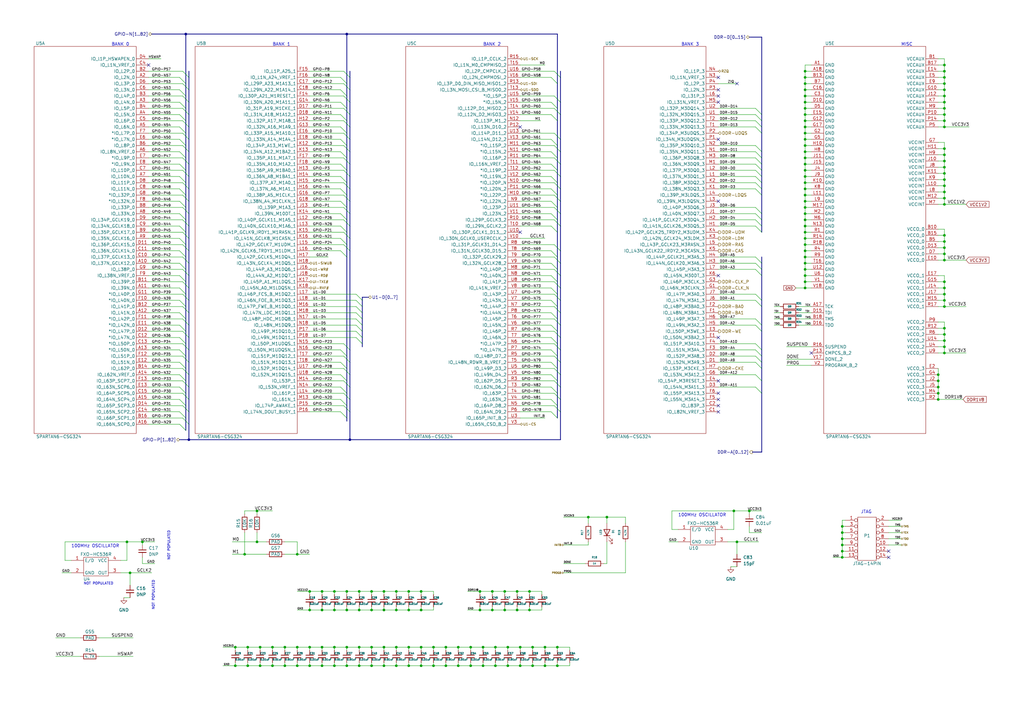
<source format=kicad_sch>
(kicad_sch (version 20211123) (generator eeschema)
  (paper "A3")
  (junction (at 157.48 273.05))
  (junction (at 330.2 80.01))
  (junction (at 152.4 265.43))
  (junction (at 213.36 265.43))
  (junction (at 111.76 273.05))
  (junction (at 387.35 68.58))
  (junction (at 330.2 54.61))
  (junction (at 330.2 113.03))
  (junction (at 212.09 242.57))
  (junction (at 132.08 250.19))
  (junction (at 384.81 163.83))
  (junction (at 330.2 41.91))
  (junction (at 387.35 125.73))
  (junction (at 387.35 60.96))
  (junction (at 182.88 265.43))
  (junction (at 142.24 250.19))
  (junction (at 201.93 250.19))
  (junction (at 101.6 265.43))
  (junction (at 384.81 161.29))
  (junction (at 132.08 265.43))
  (junction (at 132.08 273.05))
  (junction (at 53.34 234.95))
  (junction (at 330.2 29.21))
  (junction (at 330.2 74.93))
  (junction (at 345.44 226.06))
  (junction (at 307.34 209.55))
  (junction (at 330.2 110.49))
  (junction (at 387.35 46.99))
  (junction (at 387.35 144.78))
  (junction (at 167.64 242.57))
  (junction (at 330.2 97.79))
  (junction (at 207.01 242.57))
  (junction (at 177.8 265.43))
  (junction (at 223.52 273.05))
  (junction (at 387.35 26.67))
  (junction (at 387.35 137.16))
  (junction (at 217.17 242.57))
  (junction (at 147.32 273.05))
  (junction (at 218.44 273.05))
  (junction (at 76.2 13.97))
  (junction (at 387.35 52.07))
  (junction (at 330.2 31.75))
  (junction (at 387.35 71.12))
  (junction (at 193.04 273.05))
  (junction (at 387.35 115.57))
  (junction (at 177.8 273.05))
  (junction (at 137.16 250.19))
  (junction (at 330.2 77.47))
  (junction (at 330.2 90.17))
  (junction (at 387.35 106.68))
  (junction (at 387.35 120.65))
  (junction (at 330.2 100.33))
  (junction (at 121.92 265.43))
  (junction (at 143.51 180.34))
  (junction (at 217.17 250.19))
  (junction (at 198.12 265.43))
  (junction (at 330.2 52.07))
  (junction (at 142.24 265.43))
  (junction (at 228.6 265.43))
  (junction (at 52.07 222.25))
  (junction (at 330.2 95.25))
  (junction (at 172.72 273.05))
  (junction (at 142.24 273.05))
  (junction (at 137.16 242.57))
  (junction (at 203.2 265.43))
  (junction (at 127 242.57))
  (junction (at 167.64 265.43))
  (junction (at 208.28 273.05))
  (junction (at 330.2 62.23))
  (junction (at 384.81 156.21))
  (junction (at 162.56 265.43))
  (junction (at 127 265.43))
  (junction (at 116.84 265.43))
  (junction (at 300.99 209.55))
  (junction (at 384.81 158.75))
  (junction (at 105.41 209.55))
  (junction (at 212.09 250.19))
  (junction (at 157.48 242.57))
  (junction (at 330.2 92.71))
  (junction (at 330.2 49.53))
  (junction (at 330.2 36.83))
  (junction (at 330.2 44.45))
  (junction (at 100.33 227.33))
  (junction (at 345.44 228.6))
  (junction (at 387.35 66.04))
  (junction (at 223.52 265.43))
  (junction (at 387.35 104.14))
  (junction (at 387.35 134.62))
  (junction (at 384.81 153.67))
  (junction (at 345.44 223.52))
  (junction (at 167.64 250.19))
  (junction (at 96.52 273.05))
  (junction (at 345.44 220.98))
  (junction (at 106.68 265.43))
  (junction (at 330.2 115.57))
  (junction (at 142.24 242.57))
  (junction (at 387.35 81.28))
  (junction (at 152.4 242.57))
  (junction (at 387.35 36.83))
  (junction (at 201.93 242.57))
  (junction (at 330.2 107.95))
  (junction (at 207.01 250.19))
  (junction (at 330.2 82.55))
  (junction (at 330.2 85.09))
  (junction (at 345.44 218.44))
  (junction (at 172.72 242.57))
  (junction (at 241.3 212.09))
  (junction (at 208.28 265.43))
  (junction (at 387.35 39.37))
  (junction (at 147.32 242.57))
  (junction (at 121.92 273.05))
  (junction (at 172.72 265.43))
  (junction (at 330.2 67.31))
  (junction (at 330.2 102.87))
  (junction (at 137.16 273.05))
  (junction (at 330.2 118.11))
  (junction (at 330.2 59.69))
  (junction (at 387.35 99.06))
  (junction (at 193.04 265.43))
  (junction (at 387.35 142.24))
  (junction (at 77.47 180.34))
  (junction (at 157.48 265.43))
  (junction (at 387.35 76.2))
  (junction (at 387.35 118.11))
  (junction (at 106.68 273.05))
  (junction (at 132.08 242.57))
  (junction (at 147.32 265.43))
  (junction (at 213.36 273.05))
  (junction (at 187.96 273.05))
  (junction (at 387.35 139.7))
  (junction (at 196.85 250.19))
  (junction (at 157.48 250.19))
  (junction (at 330.2 105.41))
  (junction (at 330.2 34.29))
  (junction (at 387.35 44.45))
  (junction (at 58.42 222.25))
  (junction (at 187.96 265.43))
  (junction (at 167.64 273.05))
  (junction (at 196.85 242.57))
  (junction (at 387.35 101.6))
  (junction (at 330.2 46.99))
  (junction (at 330.2 87.63))
  (junction (at 127 273.05))
  (junction (at 203.2 273.05))
  (junction (at 248.92 212.09))
  (junction (at 387.35 41.91))
  (junction (at 345.44 215.9))
  (junction (at 302.26 222.25))
  (junction (at 101.6 273.05))
  (junction (at 116.84 273.05))
  (junction (at 127 250.19))
  (junction (at 387.35 73.66))
  (junction (at 387.35 96.52))
  (junction (at 111.76 265.43))
  (junction (at 152.4 273.05))
  (junction (at 121.92 227.33))
  (junction (at 182.88 273.05))
  (junction (at 387.35 123.19))
  (junction (at 198.12 273.05))
  (junction (at 330.2 72.39))
  (junction (at 330.2 64.77))
  (junction (at 172.72 250.19))
  (junction (at 387.35 31.75))
  (junction (at 105.41 222.25))
  (junction (at 330.2 57.15))
  (junction (at 218.44 265.43))
  (junction (at 330.2 69.85))
  (junction (at 387.35 34.29))
  (junction (at 387.35 78.74))
  (junction (at 387.35 49.53))
  (junction (at 162.56 242.57))
  (junction (at 96.52 265.43))
  (junction (at 387.35 63.5))
  (junction (at 142.24 13.97))
  (junction (at 330.2 39.37))
  (junction (at 162.56 273.05))
  (junction (at 387.35 29.21))
  (junction (at 387.35 83.82))
  (junction (at 152.4 250.19))
  (junction (at 162.56 250.19))
  (junction (at 147.32 250.19))
  (junction (at 228.6 273.05))
  (junction (at 137.16 265.43))
  (no_connect (at 294.64 163.83))
  (no_connect (at 294.64 113.03))
  (no_connect (at 294.64 161.29))
  (no_connect (at 332.74 144.78))
  (no_connect (at 302.26 34.29))
  (no_connect (at 213.36 95.25))
  (no_connect (at 213.36 52.07))
  (no_connect (at 294.64 39.37))
  (no_connect (at 364.49 226.06))
  (no_connect (at 60.96 26.67))
  (no_connect (at 294.64 138.43))
  (no_connect (at 364.49 228.6))
  (no_connect (at 294.64 57.15))
  (no_connect (at 294.64 36.83))
  (no_connect (at 294.64 166.37))
  (no_connect (at 294.64 31.75))
  (no_connect (at 294.64 82.55))
  (no_connect (at 294.64 168.91))
  (no_connect (at 294.64 41.91))
  (no_connect (at 294.64 156.21))
  (bus_entry (at 229.87 118.11) (size -2.54 -2.54))
  (bus_entry (at 312.42 77.47) (size -2.54 -2.54))
  (bus_entry (at 76.2 151.13) (size -2.54 -2.54))
  (bus_entry (at 312.42 54.61) (size -2.54 -2.54))
  (bus_entry (at 143.51 72.39) (size -2.54 -2.54))
  (bus_entry (at 143.51 82.55) (size -2.54 -2.54))
  (bus_entry (at 77.47 87.63) (size -2.54 -2.54))
  (bus_entry (at 143.51 158.75) (size -2.54 -2.54))
  (bus_entry (at 77.47 31.75) (size -2.54 -2.54))
  (bus_entry (at 77.47 168.91) (size -2.54 -2.54))
  (bus_entry (at 229.87 57.15) (size -2.54 -2.54))
  (bus_entry (at 312.42 74.93) (size -2.54 -2.54))
  (bus_entry (at 312.42 69.85) (size -2.54 -2.54))
  (bus_entry (at 143.51 92.71) (size -2.54 -2.54))
  (bus_entry (at 143.51 102.87) (size -2.54 -2.54))
  (bus_entry (at 76.2 95.25) (size -2.54 -2.54))
  (bus_entry (at 142.24 166.37) (size -2.54 -2.54))
  (bus_entry (at 228.6 125.73) (size -2.54 -2.54))
  (bus_entry (at 148.59 140.97) (size -2.54 -2.54))
  (bus_entry (at 312.42 107.95) (size -2.54 -2.54))
  (bus_entry (at 143.51 57.15) (size -2.54 -2.54))
  (bus_entry (at 312.42 148.59) (size -2.54 -2.54))
  (bus_entry (at 312.42 62.23) (size -2.54 -2.54))
  (bus_entry (at 228.6 171.45) (size -2.54 -2.54))
  (bus_entry (at 228.6 85.09) (size -2.54 -2.54))
  (bus_entry (at 77.47 52.07) (size -2.54 -2.54))
  (bus_entry (at 142.24 156.21) (size -2.54 -2.54))
  (bus_entry (at 228.6 161.29) (size -2.54 -2.54))
  (bus_entry (at 77.47 143.51) (size -2.54 -2.54))
  (bus_entry (at 312.42 123.19) (size -2.54 -2.54))
  (bus_entry (at 228.6 59.69) (size -2.54 -2.54))
  (bus_entry (at 143.51 168.91) (size -2.54 -2.54))
  (bus_entry (at 76.2 115.57) (size -2.54 -2.54))
  (bus_entry (at 142.24 90.17) (size -2.54 -2.54))
  (bus_entry (at 77.47 107.95) (size -2.54 -2.54))
  (bus_entry (at 229.87 92.71) (size -2.54 -2.54))
  (bus_entry (at 148.59 135.89) (size -2.54 -2.54))
  (bus_entry (at 142.24 171.45) (size -2.54 -2.54))
  (bus_entry (at 142.24 100.33) (size -2.54 -2.54))
  (bus_entry (at 76.2 39.37) (size -2.54 -2.54))
  (bus_entry (at 228.6 34.29) (size -2.54 -2.54))
  (bus_entry (at 76.2 146.05) (size -2.54 -2.54))
  (bus_entry (at 76.2 135.89) (size -2.54 -2.54))
  (bus_entry (at 148.59 133.35) (size -2.54 -2.54))
  (bus_entry (at 228.6 44.45) (size -2.54 -2.54))
  (bus_entry (at 312.42 64.77) (size -2.54 -2.54))
  (bus_entry (at 312.42 161.29) (size -2.54 -2.54))
  (bus_entry (at 312.42 49.53) (size -2.54 -2.54))
  (bus_entry (at 77.47 62.23) (size -2.54 -2.54))
  (bus_entry (at 312.42 133.35) (size -2.54 -2.54))
  (bus_entry (at 142.24 105.41) (size -2.54 -2.54))
  (bus_entry (at 228.6 156.21) (size -2.54 -2.54))
  (bus_entry (at 77.47 102.87) (size -2.54 -2.54))
  (bus_entry (at 228.6 120.65) (size -2.54 -2.54))
  (bus_entry (at 312.42 146.05) (size -2.54 -2.54))
  (bus_entry (at 142.24 34.29) (size -2.54 -2.54))
  (bus_entry (at 229.87 62.23) (size -2.54 -2.54))
  (bus_entry (at 77.47 118.11) (size -2.54 -2.54))
  (bus_entry (at 77.47 92.71) (size -2.54 -2.54))
  (bus_entry (at 229.87 102.87) (size -2.54 -2.54))
  (bus_entry (at 148.59 130.81) (size -2.54 -2.54))
  (bus_entry (at 228.6 49.53) (size -2.54 -2.54))
  (bus_entry (at 229.87 107.95) (size -2.54 -2.54))
  (bus_entry (at 76.2 44.45) (size -2.54 -2.54))
  (bus_entry (at 142.24 44.45) (size -2.54 -2.54))
  (bus_entry (at 312.42 46.99) (size -2.54 -2.54))
  (bus_entry (at 77.47 158.75) (size -2.54 -2.54))
  (bus_entry (at 143.51 87.63) (size -2.54 -2.54))
  (bus_entry (at 312.42 72.39) (size -2.54 -2.54))
  (bus_entry (at 76.2 54.61) (size -2.54 -2.54))
  (bus_entry (at 228.6 80.01) (size -2.54 -2.54))
  (bus_entry (at 76.2 100.33) (size -2.54 -2.54))
  (bus_entry (at 228.6 105.41) (size -2.54 -2.54))
  (bus_entry (at 77.47 163.83) (size -2.54 -2.54))
  (bus_entry (at 76.2 49.53) (size -2.54 -2.54))
  (bus_entry (at 229.87 153.67) (size -2.54 -2.54))
  (bus_entry (at 312.42 52.07) (size -2.54 -2.54))
  (bus_entry (at 148.59 138.43) (size -2.54 -2.54))
  (bus_entry (at 228.6 95.25) (size -2.54 -2.54))
  (bus_entry (at 77.47 128.27) (size -2.54 -2.54))
  (bus_entry (at 229.87 128.27) (size -2.54 -2.54))
  (bus_entry (at 76.2 34.29) (size -2.54 -2.54))
  (bus_entry (at 76.2 80.01) (size -2.54 -2.54))
  (bus_entry (at 228.6 166.37) (size -2.54 -2.54))
  (bus_entry (at 77.47 46.99) (size -2.54 -2.54))
  (bus_entry (at 76.2 85.09) (size -2.54 -2.54))
  (bus_entry (at 143.51 67.31) (size -2.54 -2.54))
  (bus_entry (at 142.24 80.01) (size -2.54 -2.54))
  (bus_entry (at 148.59 125.73) (size -2.54 -2.54))
  (bus_entry (at 229.87 31.75) (size -2.54 -2.54))
  (bus_entry (at 142.24 64.77) (size -2.54 -2.54))
  (bus_entry (at 76.2 140.97) (size -2.54 -2.54))
  (bus_entry (at 142.24 95.25) (size -2.54 -2.54))
  (bus_entry (at 77.47 113.03) (size -2.54 -2.54))
  (bus_entry (at 143.51 148.59) (size -2.54 -2.54))
  (bus_entry (at 148.59 123.19) (size -2.54 -2.54))
  (bus_entry (at 143.51 36.83) (size -2.54 -2.54))
  (bus_entry (at 142.24 49.53) (size -2.54 -2.54))
  (bus_entry (at 76.2 120.65) (size -2.54 -2.54))
  (bus_entry (at 312.42 80.01) (size -2.54 -2.54))
  (bus_entry (at 312.42 135.89) (size -2.54 -2.54))
  (bus_entry (at 76.2 130.81) (size -2.54 -2.54))
  (bus_entry (at 77.47 36.83) (size -2.54 -2.54))
  (bus_entry (at 142.24 146.05) (size -2.54 -2.54))
  (bus_entry (at 229.87 148.59) (size -2.54 -2.54))
  (bus_entry (at 77.47 173.99) (size -2.54 -2.54))
  (bus_entry (at 143.51 41.91) (size -2.54 -2.54))
  (bus_entry (at 76.2 176.53) (size -2.54 -2.54))
  (bus_entry (at 77.47 82.55) (size -2.54 -2.54))
  (bus_entry (at 229.87 67.31) (size -2.54 -2.54))
  (bus_entry (at 312.42 143.51) (size -2.54 -2.54))
  (bus_entry (at 143.51 77.47) (size -2.54 -2.54))
  (bus_entry (at 229.87 158.75) (size -2.54 -2.54))
  (bus_entry (at 76.2 74.93) (size -2.54 -2.54))
  (bus_entry (at 76.2 171.45) (size -2.54 -2.54))
  (bus_entry (at 142.24 69.85) (size -2.54 -2.54))
  (bus_entry (at 142.24 54.61) (size -2.54 -2.54))
  (bus_entry (at 229.87 82.55) (size -2.54 -2.54))
  (bus_entry (at 76.2 90.17) (size -2.54 -2.54))
  (bus_entry (at 228.6 69.85) (size -2.54 -2.54))
  (bus_entry (at 228.6 146.05) (size -2.54 -2.54))
  (bus_entry (at 142.24 39.37) (size -2.54 -2.54))
  (bus_entry (at 229.87 77.47) (size -2.54 -2.54))
  (bus_entry (at 312.42 125.73) (size -2.54 -2.54))
  (bus_entry (at 77.47 72.39) (size -2.54 -2.54))
  (bus_entry (at 76.2 110.49) (size -2.54 -2.54))
  (bus_entry (at 77.47 133.35) (size -2.54 -2.54))
  (bus_entry (at 77.47 148.59) (size -2.54 -2.54))
  (bus_entry (at 76.2 59.69) (size -2.54 -2.54))
  (bus_entry (at 228.6 74.93) (size -2.54 -2.54))
  (bus_entry (at 76.2 69.85) (size -2.54 -2.54))
  (bus_entry (at 77.47 153.67) (size -2.54 -2.54))
  (bus_entry (at 77.47 67.31) (size -2.54 -2.54))
  (bus_entry (at 229.87 168.91) (size -2.54 -2.54))
  (bus_entry (at 312.42 151.13) (size -2.54 -2.54))
  (bus_entry (at 76.2 125.73) (size -2.54 -2.54))
  (bus_entry (at 312.42 92.71) (size -2.54 -2.54))
  (bus_entry (at 76.2 105.41) (size -2.54 -2.54))
  (bus_entry (at 229.87 72.39) (size -2.54 -2.54))
  (bus_entry (at 228.6 135.89) (size -2.54 -2.54))
  (bus_entry (at 228.6 151.13) (size -2.54 -2.54))
  (bus_entry (at 143.51 62.23) (size -2.54 -2.54))
  (bus_entry (at 312.42 67.31) (size -2.54 -2.54))
  (bus_entry (at 229.87 87.63) (size -2.54 -2.54))
  (bus_entry (at 312.42 87.63) (size -2.54 -2.54))
  (bus_entry (at 143.51 153.67) (size -2.54 -2.54))
  (bus_entry (at 143.51 46.99) (size -2.54 -2.54))
  (bus_entry (at 77.47 77.47) (size -2.54 -2.54))
  (bus_entry (at 228.6 110.49) (size -2.54 -2.54))
  (bus_entry (at 142.24 161.29) (size -2.54 -2.54))
  (bus_entry (at 77.47 97.79) (size -2.54 -2.54))
  (bus_entry (at 229.87 113.03) (size -2.54 -2.54))
  (bus_entry (at 142.24 151.13) (size -2.54 -2.54))
  (bus_entry (at 76.2 166.37) (size -2.54 -2.54))
  (bus_entry (at 228.6 130.81) (size -2.54 -2.54))
  (bus_entry (at 143.51 163.83) (size -2.54 -2.54))
  (bus_entry (at 143.51 52.07) (size -2.54 -2.54))
  (bus_entry (at 142.24 85.09) (size -2.54 -2.54))
  (bus_entry (at 228.6 115.57) (size -2.54 -2.54))
  (bus_entry (at 312.42 110.49) (size -2.54 -2.54))
  (bus_entry (at 229.87 41.91) (size -2.54 -2.54))
  (bus_entry (at 228.6 64.77) (size -2.54 -2.54))
  (bus_entry (at 229.87 46.99) (size -2.54 -2.54))
  (bus_entry (at 77.47 57.15) (size -2.54 -2.54))
  (bus_entry (at 143.51 31.75) (size -2.54 -2.54))
  (bus_entry (at 229.87 143.51) (size -2.54 -2.54))
  (bus_entry (at 148.59 128.27) (size -2.54 -2.54))
  (bus_entry (at 76.2 156.21) (size -2.54 -2.54))
  (bus_entry (at 77.47 41.91) (size -2.54 -2.54))
  (bus_entry (at 229.87 123.19) (size -2.54 -2.54))
  (bus_entry (at 229.87 163.83) (size -2.54 -2.54))
  (bus_entry (at 229.87 133.35) (size -2.54 -2.54))
  (bus_entry (at 228.6 140.97) (size -2.54 -2.54))
  (bus_entry (at 142.24 59.69) (size -2.54 -2.54))
  (bus_entry (at 229.87 138.43) (size -2.54 -2.54))
  (bus_entry (at 76.2 161.29) (size -2.54 -2.54))
  (bus_entry (at 76.2 64.77) (size -2.54 -2.54))
  (bus_entry (at 312.42 156.21) (size -2.54 -2.54))
  (bus_entry (at 228.6 90.17) (size -2.54 -2.54))
  (bus_entry (at 143.51 97.79) (size -2.54 -2.54))
  (bus_entry (at 143.51 143.51) (size -2.54 -2.54))
  (bus_entry (at 77.47 138.43) (size -2.54 -2.54))
  (bus_entry (at 142.24 74.93) (size -2.54 -2.54))
  (bus_entry (at 312.42 95.25) (size -2.54 -2.54))
  (bus_entry (at 312.42 113.03) (size -2.54 -2.54))
  (bus_entry (at 312.42 90.17) (size -2.54 -2.54))
  (bus_entry (at 77.47 123.19) (size -2.54 -2.54))
  (wire (pts (xy 127 133.35) (xy 146.05 133.35)))
  (bus (pts (xy 312.42 143.51) (xy 312.42 146.05)))
  (wire (pts (xy 60.96 102.87) (xy 73.66 102.87)))
  (wire (pts (xy 127 46.99) (xy 139.7 46.99)))
  (wire (pts (xy 213.36 72.39) (xy 226.06 72.39)))
  (wire (pts (xy 213.36 133.35) (xy 226.06 133.35)))
  (wire (pts (xy 213.36 57.15) (xy 226.06 57.15)))
  (wire (pts (xy 162.56 271.78) (xy 162.56 273.05)))
  (bus (pts (xy 312.42 146.05) (xy 312.42 148.59)))
  (wire (pts (xy 105.41 218.44) (xy 105.41 222.25)))
  (wire (pts (xy 330.2 102.87) (xy 332.74 102.87)))
  (wire (pts (xy 172.72 265.43) (xy 172.72 266.7)))
  (wire (pts (xy 196.85 248.92) (xy 196.85 250.19)))
  (wire (pts (xy 294.64 46.99) (xy 309.88 46.99)))
  (bus (pts (xy 229.87 148.59) (xy 229.87 153.67)))
  (bus (pts (xy 151.13 121.92) (xy 148.59 121.92)))
  (wire (pts (xy 60.96 133.35) (xy 73.66 133.35)))
  (wire (pts (xy 147.32 242.57) (xy 147.32 243.84)))
  (bus (pts (xy 76.2 156.21) (xy 76.2 161.29)))
  (bus (pts (xy 76.2 80.01) (xy 76.2 85.09)))
  (wire (pts (xy 60.96 34.29) (xy 74.93 34.29)))
  (wire (pts (xy 193.04 273.05) (xy 198.12 273.05)))
  (wire (pts (xy 387.35 137.16) (xy 387.35 139.7)))
  (wire (pts (xy 387.35 52.07) (xy 397.51 52.07)))
  (wire (pts (xy 60.96 107.95) (xy 73.66 107.95)))
  (wire (pts (xy 387.35 134.62) (xy 387.35 137.16)))
  (wire (pts (xy 203.2 273.05) (xy 208.28 273.05)))
  (wire (pts (xy 60.96 52.07) (xy 73.66 52.07)))
  (wire (pts (xy 345.44 223.52) (xy 345.44 226.06)))
  (bus (pts (xy 76.2 166.37) (xy 76.2 171.45)))
  (wire (pts (xy 248.92 222.25) (xy 248.92 231.14)))
  (wire (pts (xy 330.2 82.55) (xy 330.2 85.09)))
  (wire (pts (xy 127 148.59) (xy 139.7 148.59)))
  (wire (pts (xy 364.49 213.36) (xy 369.57 213.36)))
  (wire (pts (xy 127 140.97) (xy 140.97 140.97)))
  (wire (pts (xy 294.64 133.35) (xy 309.88 133.35)))
  (wire (pts (xy 387.35 60.96) (xy 387.35 63.5)))
  (wire (pts (xy 309.88 153.67) (xy 294.64 153.67)))
  (wire (pts (xy 213.36 171.45) (xy 223.52 171.45)))
  (bus (pts (xy 312.42 156.21) (xy 312.42 161.29)))
  (wire (pts (xy 256.54 212.09) (xy 256.54 214.63)))
  (bus (pts (xy 312.42 113.03) (xy 312.42 123.19)))
  (wire (pts (xy 147.32 265.43) (xy 147.32 266.7)))
  (wire (pts (xy 60.96 87.63) (xy 73.66 87.63)))
  (bus (pts (xy 228.6 156.21) (xy 228.6 161.29)))
  (wire (pts (xy 330.2 52.07) (xy 332.74 52.07)))
  (bus (pts (xy 228.6 80.01) (xy 228.6 85.09)))
  (wire (pts (xy 60.96 59.69) (xy 74.93 59.69)))
  (wire (pts (xy 157.48 265.43) (xy 157.48 266.7)))
  (wire (pts (xy 330.2 100.33) (xy 330.2 102.87)))
  (wire (pts (xy 60.96 128.27) (xy 73.66 128.27)))
  (wire (pts (xy 152.4 250.19) (xy 157.48 250.19)))
  (wire (pts (xy 294.64 90.17) (xy 309.88 90.17)))
  (bus (pts (xy 228.6 49.53) (xy 228.6 59.69)))
  (wire (pts (xy 330.2 113.03) (xy 332.74 113.03)))
  (bus (pts (xy 312.42 105.41) (xy 312.42 107.95)))
  (bus (pts (xy 229.87 82.55) (xy 229.87 87.63)))
  (wire (pts (xy 213.36 120.65) (xy 227.33 120.65)))
  (wire (pts (xy 345.44 218.44) (xy 345.44 220.98)))
  (bus (pts (xy 143.51 72.39) (xy 143.51 77.47)))
  (wire (pts (xy 147.32 248.92) (xy 147.32 250.19)))
  (wire (pts (xy 58.42 223.52) (xy 58.42 222.25)))
  (wire (pts (xy 387.35 81.28) (xy 387.35 83.82)))
  (wire (pts (xy 60.96 85.09) (xy 74.93 85.09)))
  (bus (pts (xy 76.2 146.05) (xy 76.2 151.13)))
  (bus (pts (xy 77.47 143.51) (xy 77.47 148.59)))
  (wire (pts (xy 60.96 156.21) (xy 74.93 156.21)))
  (wire (pts (xy 172.72 265.43) (xy 177.8 265.43)))
  (wire (pts (xy 60.96 100.33) (xy 74.93 100.33)))
  (bus (pts (xy 143.51 62.23) (xy 143.51 67.31)))
  (bus (pts (xy 77.47 87.63) (xy 77.47 92.71)))
  (bus (pts (xy 77.47 31.75) (xy 77.47 36.83)))
  (bus (pts (xy 76.2 59.69) (xy 76.2 64.77)))
  (wire (pts (xy 294.64 110.49) (xy 309.88 110.49)))
  (bus (pts (xy 229.87 87.63) (xy 229.87 92.71)))
  (wire (pts (xy 127 100.33) (xy 140.97 100.33)))
  (wire (pts (xy 330.2 46.99) (xy 330.2 49.53)))
  (wire (pts (xy 387.35 34.29) (xy 387.35 36.83)))
  (wire (pts (xy 127 57.15) (xy 139.7 57.15)))
  (wire (pts (xy 121.92 227.33) (xy 127 227.33)))
  (bus (pts (xy 77.47 153.67) (xy 77.47 158.75)))
  (bus (pts (xy 77.47 148.59) (xy 77.47 153.67)))
  (wire (pts (xy 127 87.63) (xy 139.7 87.63)))
  (wire (pts (xy 127 250.19) (xy 132.08 250.19)))
  (wire (pts (xy 387.35 120.65) (xy 387.35 123.19)))
  (wire (pts (xy 294.64 67.31) (xy 309.88 67.31)))
  (wire (pts (xy 127 41.91) (xy 139.7 41.91)))
  (bus (pts (xy 228.6 146.05) (xy 228.6 151.13)))
  (wire (pts (xy 111.76 271.78) (xy 111.76 273.05)))
  (wire (pts (xy 213.36 74.93) (xy 227.33 74.93)))
  (wire (pts (xy 217.17 242.57) (xy 222.25 242.57)))
  (wire (pts (xy 231.14 234.95) (xy 256.54 234.95)))
  (wire (pts (xy 167.64 242.57) (xy 172.72 242.57)))
  (wire (pts (xy 213.36 85.09) (xy 227.33 85.09)))
  (bus (pts (xy 312.42 46.99) (xy 312.42 49.53)))
  (wire (pts (xy 330.2 95.25) (xy 330.2 97.79)))
  (wire (pts (xy 127 85.09) (xy 140.97 85.09)))
  (wire (pts (xy 387.35 118.11) (xy 387.35 120.65)))
  (wire (pts (xy 330.2 31.75) (xy 332.74 31.75)))
  (bus (pts (xy 229.87 153.67) (xy 229.87 158.75)))
  (wire (pts (xy 330.2 29.21) (xy 332.74 29.21)))
  (wire (pts (xy 106.68 265.43) (xy 106.68 266.7)))
  (wire (pts (xy 332.74 26.67) (xy 330.2 26.67)))
  (wire (pts (xy 384.81 58.42) (xy 387.35 58.42)))
  (wire (pts (xy 330.2 77.47) (xy 332.74 77.47)))
  (wire (pts (xy 213.36 77.47) (xy 226.06 77.47)))
  (wire (pts (xy 364.49 220.98) (xy 369.57 220.98)))
  (wire (pts (xy 294.64 72.39) (xy 309.88 72.39)))
  (wire (pts (xy 213.36 64.77) (xy 227.33 64.77)))
  (wire (pts (xy 105.41 209.55) (xy 111.76 209.55)))
  (bus (pts (xy 62.23 13.97) (xy 76.2 13.97)))
  (wire (pts (xy 58.42 222.25) (xy 52.07 222.25)))
  (wire (pts (xy 116.84 271.78) (xy 116.84 273.05)))
  (wire (pts (xy 384.81 137.16) (xy 387.35 137.16)))
  (wire (pts (xy 294.64 49.53) (xy 309.88 49.53)))
  (wire (pts (xy 127 242.57) (xy 127 243.84)))
  (wire (pts (xy 127 72.39) (xy 139.7 72.39)))
  (bus (pts (xy 77.47 102.87) (xy 77.47 107.95)))
  (wire (pts (xy 299.72 232.41) (xy 302.26 232.41)))
  (wire (pts (xy 330.2 85.09) (xy 332.74 85.09)))
  (wire (pts (xy 384.81 96.52) (xy 387.35 96.52)))
  (wire (pts (xy 384.81 156.21) (xy 384.81 158.75)))
  (wire (pts (xy 387.35 44.45) (xy 387.35 46.99)))
  (bus (pts (xy 77.47 52.07) (xy 77.47 57.15)))
  (wire (pts (xy 294.64 69.85) (xy 309.88 69.85)))
  (bus (pts (xy 76.2 13.97) (xy 142.24 13.97)))
  (bus (pts (xy 228.6 69.85) (xy 228.6 74.93)))
  (wire (pts (xy 345.44 213.36) (xy 345.44 215.9)))
  (bus (pts (xy 229.87 113.03) (xy 229.87 118.11)))
  (wire (pts (xy 384.81 78.74) (xy 387.35 78.74)))
  (wire (pts (xy 330.2 80.01) (xy 330.2 82.55)))
  (wire (pts (xy 96.52 273.05) (xy 101.6 273.05)))
  (wire (pts (xy 142.24 265.43) (xy 147.32 265.43)))
  (wire (pts (xy 116.84 265.43) (xy 116.84 266.7)))
  (bus (pts (xy 312.42 15.24) (xy 312.42 46.99)))
  (wire (pts (xy 387.35 71.12) (xy 387.35 73.66)))
  (wire (pts (xy 172.72 250.19) (xy 177.8 250.19)))
  (wire (pts (xy 157.48 265.43) (xy 162.56 265.43)))
  (bus (pts (xy 312.42 125.73) (xy 312.42 133.35)))
  (wire (pts (xy 298.45 217.17) (xy 300.99 217.17)))
  (wire (pts (xy 60.96 44.45) (xy 74.93 44.45)))
  (wire (pts (xy 60.96 41.91) (xy 73.66 41.91)))
  (bus (pts (xy 76.2 49.53) (xy 76.2 54.61)))
  (wire (pts (xy 157.48 273.05) (xy 162.56 273.05)))
  (wire (pts (xy 217.17 250.19) (xy 222.25 250.19)))
  (wire (pts (xy 106.68 271.78) (xy 106.68 273.05)))
  (wire (pts (xy 387.35 106.68) (xy 396.24 106.68)))
  (wire (pts (xy 157.48 271.78) (xy 157.48 273.05)))
  (wire (pts (xy 191.77 250.19) (xy 196.85 250.19)))
  (wire (pts (xy 100.33 209.55) (xy 105.41 209.55)))
  (wire (pts (xy 384.81 134.62) (xy 387.35 134.62)))
  (wire (pts (xy 387.35 113.03) (xy 387.35 115.57)))
  (wire (pts (xy 330.2 64.77) (xy 330.2 67.31)))
  (wire (pts (xy 387.35 139.7) (xy 387.35 142.24)))
  (wire (pts (xy 387.35 99.06) (xy 387.35 101.6)))
  (wire (pts (xy 172.72 248.92) (xy 172.72 250.19)))
  (wire (pts (xy 127 153.67) (xy 139.7 153.67)))
  (wire (pts (xy 241.3 212.09) (xy 248.92 212.09)))
  (wire (pts (xy 95.25 222.25) (xy 105.41 222.25)))
  (bus (pts (xy 142.24 95.25) (xy 142.24 100.33)))
  (bus (pts (xy 312.42 77.47) (xy 312.42 80.01)))
  (wire (pts (xy 100.33 209.55) (xy 100.33 210.82)))
  (wire (pts (xy 121.92 242.57) (xy 127 242.57)))
  (bus (pts (xy 229.87 62.23) (xy 229.87 67.31)))
  (wire (pts (xy 60.96 95.25) (xy 74.93 95.25)))
  (bus (pts (xy 229.87 31.75) (xy 229.87 41.91)))
  (wire (pts (xy 241.3 222.25) (xy 241.3 223.52)))
  (wire (pts (xy 213.36 69.85) (xy 227.33 69.85)))
  (wire (pts (xy 127 31.75) (xy 139.7 31.75)))
  (wire (pts (xy 137.16 250.19) (xy 142.24 250.19)))
  (wire (pts (xy 222.25 242.57) (xy 222.25 243.84)))
  (wire (pts (xy 142.24 273.05) (xy 147.32 273.05)))
  (wire (pts (xy 330.2 49.53) (xy 332.74 49.53)))
  (wire (pts (xy 387.35 58.42) (xy 387.35 60.96)))
  (wire (pts (xy 213.36 87.63) (xy 226.06 87.63)))
  (wire (pts (xy 213.36 146.05) (xy 227.33 146.05)))
  (wire (pts (xy 60.96 64.77) (xy 74.93 64.77)))
  (wire (pts (xy 387.35 78.74) (xy 387.35 81.28)))
  (bus (pts (xy 77.47 118.11) (xy 77.47 123.19)))
  (wire (pts (xy 387.35 144.78) (xy 396.24 144.78)))
  (bus (pts (xy 307.34 15.24) (xy 312.42 15.24)))
  (bus (pts (xy 148.59 125.73) (xy 148.59 128.27)))
  (wire (pts (xy 384.81 31.75) (xy 387.35 31.75)))
  (wire (pts (xy 132.08 271.78) (xy 132.08 273.05)))
  (wire (pts (xy 231.14 223.52) (xy 241.3 223.52)))
  (wire (pts (xy 152.4 273.05) (xy 157.48 273.05)))
  (wire (pts (xy 387.35 39.37) (xy 387.35 41.91)))
  (wire (pts (xy 330.2 113.03) (xy 330.2 115.57)))
  (wire (pts (xy 327.66 133.35) (xy 332.74 133.35)))
  (wire (pts (xy 231.14 212.09) (xy 241.3 212.09)))
  (bus (pts (xy 77.47 46.99) (xy 77.47 52.07)))
  (wire (pts (xy 302.26 222.25) (xy 311.15 222.25)))
  (wire (pts (xy 60.96 153.67) (xy 73.66 153.67)))
  (wire (pts (xy 330.2 54.61) (xy 332.74 54.61)))
  (wire (pts (xy 317.5 133.35) (xy 320.04 133.35)))
  (wire (pts (xy 387.35 46.99) (xy 387.35 49.53)))
  (wire (pts (xy 60.96 39.37) (xy 74.93 39.37)))
  (wire (pts (xy 60.96 173.99) (xy 73.66 173.99)))
  (wire (pts (xy 294.64 107.95) (xy 309.88 107.95)))
  (wire (pts (xy 127 97.79) (xy 139.7 97.79)))
  (wire (pts (xy 387.35 101.6) (xy 387.35 104.14)))
  (wire (pts (xy 213.36 151.13) (xy 227.33 151.13)))
  (wire (pts (xy 384.81 49.53) (xy 387.35 49.53)))
  (wire (pts (xy 60.96 80.01) (xy 74.93 80.01)))
  (wire (pts (xy 167.64 248.92) (xy 167.64 250.19)))
  (wire (pts (xy 213.36 100.33) (xy 227.33 100.33)))
  (bus (pts (xy 142.24 34.29) (xy 142.24 39.37)))
  (wire (pts (xy 132.08 265.43) (xy 132.08 266.7)))
  (bus (pts (xy 228.6 161.29) (xy 228.6 166.37)))
  (bus (pts (xy 76.2 34.29) (xy 76.2 39.37)))
  (bus (pts (xy 76.2 64.77) (xy 76.2 69.85)))
  (wire (pts (xy 60.96 143.51) (xy 73.66 143.51)))
  (wire (pts (xy 330.2 59.69) (xy 332.74 59.69)))
  (wire (pts (xy 330.2 31.75) (xy 330.2 34.29)))
  (bus (pts (xy 229.87 92.71) (xy 229.87 102.87)))
  (wire (pts (xy 121.92 271.78) (xy 121.92 273.05)))
  (wire (pts (xy 317.5 130.81) (xy 320.04 130.81)))
  (bus (pts (xy 77.47 77.47) (xy 77.47 82.55)))
  (wire (pts (xy 218.44 273.05) (xy 223.52 273.05)))
  (wire (pts (xy 387.35 123.19) (xy 387.35 125.73)))
  (wire (pts (xy 384.81 26.67) (xy 387.35 26.67)))
  (wire (pts (xy 387.35 104.14) (xy 387.35 106.68)))
  (bus (pts (xy 142.24 49.53) (xy 142.24 54.61)))
  (bus (pts (xy 77.47 57.15) (xy 77.47 62.23)))
  (wire (pts (xy 330.2 49.53) (xy 330.2 52.07)))
  (wire (pts (xy 384.81 113.03) (xy 387.35 113.03)))
  (wire (pts (xy 330.2 72.39) (xy 330.2 74.93)))
  (wire (pts (xy 330.2 39.37) (xy 332.74 39.37)))
  (wire (pts (xy 384.81 123.19) (xy 387.35 123.19)))
  (wire (pts (xy 60.96 130.81) (xy 74.93 130.81)))
  (wire (pts (xy 275.59 209.55) (xy 275.59 217.17)))
  (wire (pts (xy 127 105.41) (xy 134.62 105.41)))
  (wire (pts (xy 384.81 142.24) (xy 387.35 142.24)))
  (wire (pts (xy 60.96 54.61) (xy 74.93 54.61)))
  (bus (pts (xy 143.51 158.75) (xy 143.51 163.83)))
  (wire (pts (xy 60.96 151.13) (xy 74.93 151.13)))
  (wire (pts (xy 384.81 104.14) (xy 387.35 104.14)))
  (wire (pts (xy 294.64 64.77) (xy 309.88 64.77)))
  (wire (pts (xy 172.72 273.05) (xy 177.8 273.05)))
  (wire (pts (xy 213.36 29.21) (xy 227.33 29.21)))
  (wire (pts (xy 330.2 95.25) (xy 332.74 95.25)))
  (bus (pts (xy 229.87 72.39) (xy 229.87 77.47)))
  (wire (pts (xy 294.64 130.81) (xy 309.88 130.81)))
  (wire (pts (xy 387.35 142.24) (xy 387.35 144.78)))
  (wire (pts (xy 121.92 265.43) (xy 121.92 266.7)))
  (wire (pts (xy 127 128.27) (xy 146.05 128.27)))
  (wire (pts (xy 345.44 215.9) (xy 345.44 218.44)))
  (bus (pts (xy 312.42 90.17) (xy 312.42 92.71)))
  (bus (pts (xy 73.66 180.34) (xy 77.47 180.34)))
  (wire (pts (xy 60.96 115.57) (xy 74.93 115.57)))
  (wire (pts (xy 127 59.69) (xy 140.97 59.69)))
  (wire (pts (xy 137.16 248.92) (xy 137.16 250.19)))
  (wire (pts (xy 100.33 227.33) (xy 109.22 227.33)))
  (wire (pts (xy 213.36 39.37) (xy 227.33 39.37)))
  (bus (pts (xy 312.42 151.13) (xy 312.42 156.21)))
  (wire (pts (xy 127 69.85) (xy 140.97 69.85)))
  (wire (pts (xy 58.42 222.25) (xy 63.5 222.25)))
  (bus (pts (xy 143.51 92.71) (xy 143.51 97.79)))
  (wire (pts (xy 177.8 265.43) (xy 177.8 266.7)))
  (wire (pts (xy 101.6 271.78) (xy 101.6 273.05)))
  (wire (pts (xy 218.44 265.43) (xy 218.44 266.7)))
  (wire (pts (xy 105.41 222.25) (xy 109.22 222.25)))
  (bus (pts (xy 76.2 85.09) (xy 76.2 90.17)))
  (wire (pts (xy 50.8 245.11) (xy 53.34 245.11)))
  (wire (pts (xy 387.35 83.82) (xy 396.24 83.82)))
  (wire (pts (xy 187.96 265.43) (xy 193.04 265.43)))
  (wire (pts (xy 384.81 161.29) (xy 384.81 163.83)))
  (wire (pts (xy 127 77.47) (xy 139.7 77.47)))
  (wire (pts (xy 177.8 271.78) (xy 177.8 273.05)))
  (wire (pts (xy 228.6 265.43) (xy 228.6 266.7)))
  (wire (pts (xy 60.96 72.39) (xy 73.66 72.39)))
  (wire (pts (xy 384.81 151.13) (xy 384.81 153.67)))
  (wire (pts (xy 162.56 273.05) (xy 167.64 273.05)))
  (bus (pts (xy 312.42 135.89) (xy 312.42 143.51)))
  (wire (pts (xy 127 52.07) (xy 139.7 52.07)))
  (wire (pts (xy 137.16 271.78) (xy 137.16 273.05)))
  (bus (pts (xy 76.2 140.97) (xy 76.2 146.05)))
  (wire (pts (xy 384.81 106.68) (xy 387.35 106.68)))
  (wire (pts (xy 187.96 265.43) (xy 187.96 266.7)))
  (wire (pts (xy 223.52 271.78) (xy 223.52 273.05)))
  (bus (pts (xy 76.2 120.65) (xy 76.2 125.73)))
  (bus (pts (xy 228.6 13.97) (xy 228.6 34.29)))
  (wire (pts (xy 25.4 234.95) (xy 29.21 234.95)))
  (wire (pts (xy 384.81 83.82) (xy 387.35 83.82)))
  (bus (pts (xy 229.87 118.11) (xy 229.87 123.19)))
  (wire (pts (xy 127 54.61) (xy 140.97 54.61)))
  (wire (pts (xy 327.66 125.73) (xy 332.74 125.73)))
  (wire (pts (xy 60.96 74.93) (xy 74.93 74.93)))
  (wire (pts (xy 387.35 132.08) (xy 387.35 134.62)))
  (wire (pts (xy 212.09 250.19) (xy 217.17 250.19)))
  (wire (pts (xy 53.34 234.95) (xy 62.23 234.95)))
  (wire (pts (xy 182.88 273.05) (xy 187.96 273.05)))
  (wire (pts (xy 60.96 49.53) (xy 74.93 49.53)))
  (wire (pts (xy 248.92 212.09) (xy 256.54 212.09)))
  (wire (pts (xy 91.44 273.05) (xy 96.52 273.05)))
  (wire (pts (xy 387.35 93.98) (xy 387.35 96.52)))
  (wire (pts (xy 294.64 105.41) (xy 309.88 105.41)))
  (wire (pts (xy 384.81 163.83) (xy 394.97 163.83)))
  (bus (pts (xy 76.2 95.25) (xy 76.2 100.33)))
  (bus (pts (xy 77.47 62.23) (xy 77.47 67.31)))
  (wire (pts (xy 167.64 265.43) (xy 172.72 265.43)))
  (bus (pts (xy 77.47 72.39) (xy 77.47 77.47)))
  (wire (pts (xy 275.59 217.17) (xy 278.13 217.17)))
  (wire (pts (xy 162.56 250.19) (xy 167.64 250.19)))
  (bus (pts (xy 77.47 107.95) (xy 77.47 113.03)))
  (bus (pts (xy 77.47 29.21) (xy 77.47 31.75)))
  (wire (pts (xy 152.4 265.43) (xy 157.48 265.43)))
  (wire (pts (xy 330.2 29.21) (xy 330.2 31.75)))
  (wire (pts (xy 213.36 143.51) (xy 226.06 143.51)))
  (bus (pts (xy 229.87 128.27) (xy 229.87 133.35)))
  (wire (pts (xy 127 156.21) (xy 140.97 156.21)))
  (wire (pts (xy 60.96 31.75) (xy 73.66 31.75)))
  (wire (pts (xy 177.8 248.92) (xy 177.8 250.19)))
  (bus (pts (xy 76.2 54.61) (xy 76.2 59.69)))
  (wire (pts (xy 213.36 82.55) (xy 226.06 82.55)))
  (wire (pts (xy 132.08 242.57) (xy 132.08 243.84)))
  (wire (pts (xy 294.64 146.05) (xy 309.88 146.05)))
  (wire (pts (xy 330.2 74.93) (xy 332.74 74.93)))
  (wire (pts (xy 247.65 231.14) (xy 248.92 231.14)))
  (bus (pts (xy 228.6 120.65) (xy 228.6 125.73)))
  (wire (pts (xy 345.44 220.98) (xy 346.71 220.98)))
  (wire (pts (xy 127 265.43) (xy 127 266.7)))
  (wire (pts (xy 330.2 107.95) (xy 330.2 110.49)))
  (wire (pts (xy 121.92 222.25) (xy 121.92 227.33)))
  (bus (pts (xy 142.24 161.29) (xy 142.24 166.37)))
  (wire (pts (xy 213.36 107.95) (xy 226.06 107.95)))
  (wire (pts (xy 218.44 265.43) (xy 223.52 265.43)))
  (bus (pts (xy 142.24 54.61) (xy 142.24 59.69)))
  (wire (pts (xy 157.48 242.57) (xy 162.56 242.57)))
  (wire (pts (xy 60.96 158.75) (xy 73.66 158.75)))
  (wire (pts (xy 330.2 41.91) (xy 332.74 41.91)))
  (wire (pts (xy 201.93 248.92) (xy 201.93 250.19)))
  (bus (pts (xy 143.51 143.51) (xy 143.51 148.59)))
  (wire (pts (xy 213.36 26.67) (xy 223.52 26.67)))
  (wire (pts (xy 387.35 63.5) (xy 387.35 66.04)))
  (wire (pts (xy 162.56 265.43) (xy 162.56 266.7)))
  (wire (pts (xy 294.64 140.97) (xy 309.88 140.97)))
  (wire (pts (xy 96.52 265.43) (xy 96.52 266.7)))
  (wire (pts (xy 294.64 120.65) (xy 309.88 120.65)))
  (wire (pts (xy 177.8 265.43) (xy 182.88 265.43)))
  (wire (pts (xy 213.36 44.45) (xy 227.33 44.45)))
  (wire (pts (xy 228.6 271.78) (xy 228.6 273.05)))
  (wire (pts (xy 127 158.75) (xy 139.7 158.75)))
  (bus (pts (xy 77.47 123.19) (xy 77.47 128.27)))
  (wire (pts (xy 60.96 24.13) (xy 66.04 24.13)))
  (wire (pts (xy 213.36 166.37) (xy 227.33 166.37)))
  (wire (pts (xy 213.36 265.43) (xy 213.36 266.7)))
  (wire (pts (xy 213.36 156.21) (xy 227.33 156.21)))
  (bus (pts (xy 312.42 87.63) (xy 312.42 90.17)))
  (bus (pts (xy 77.47 41.91) (xy 77.47 46.99)))
  (wire (pts (xy 384.81 60.96) (xy 387.35 60.96)))
  (wire (pts (xy 207.01 250.19) (xy 212.09 250.19)))
  (wire (pts (xy 384.81 36.83) (xy 387.35 36.83)))
  (wire (pts (xy 193.04 265.43) (xy 198.12 265.43)))
  (wire (pts (xy 60.96 123.19) (xy 73.66 123.19)))
  (wire (pts (xy 387.35 96.52) (xy 387.35 99.06)))
  (wire (pts (xy 330.2 72.39) (xy 332.74 72.39)))
  (bus (pts (xy 228.6 151.13) (xy 228.6 156.21)))
  (wire (pts (xy 213.36 138.43) (xy 226.06 138.43)))
  (bus (pts (xy 142.24 105.41) (xy 142.24 146.05)))
  (wire (pts (xy 307.34 209.55) (xy 312.42 209.55)))
  (wire (pts (xy 207.01 242.57) (xy 207.01 243.84)))
  (wire (pts (xy 213.36 168.91) (xy 226.06 168.91)))
  (bus (pts (xy 312.42 92.71) (xy 312.42 95.25)))
  (wire (pts (xy 322.58 149.86) (xy 332.74 149.86)))
  (wire (pts (xy 60.96 140.97) (xy 74.93 140.97)))
  (wire (pts (xy 172.72 271.78) (xy 172.72 273.05)))
  (bus (pts (xy 142.24 156.21) (xy 142.24 161.29)))
  (wire (pts (xy 384.81 93.98) (xy 387.35 93.98)))
  (wire (pts (xy 213.36 80.01) (xy 227.33 80.01)))
  (bus (pts (xy 142.24 59.69) (xy 142.24 64.77)))
  (bus (pts (xy 229.87 41.91) (xy 229.87 46.99)))
  (wire (pts (xy 167.64 271.78) (xy 167.64 273.05)))
  (wire (pts (xy 106.68 265.43) (xy 111.76 265.43)))
  (bus (pts (xy 143.51 29.21) (xy 143.51 31.75)))
  (bus (pts (xy 229.87 158.75) (xy 229.87 163.83)))
  (bus (pts (xy 148.59 130.81) (xy 148.59 133.35)))
  (wire (pts (xy 198.12 265.43) (xy 198.12 266.7)))
  (wire (pts (xy 137.16 242.57) (xy 142.24 242.57)))
  (wire (pts (xy 223.52 273.05) (xy 228.6 273.05)))
  (wire (pts (xy 212.09 248.92) (xy 212.09 250.19)))
  (wire (pts (xy 49.53 234.95) (xy 53.34 234.95)))
  (bus (pts (xy 229.87 102.87) (xy 229.87 107.95)))
  (wire (pts (xy 212.09 242.57) (xy 212.09 243.84)))
  (bus (pts (xy 142.24 80.01) (xy 142.24 85.09)))
  (bus (pts (xy 77.47 113.03) (xy 77.47 118.11)))
  (wire (pts (xy 330.2 107.95) (xy 332.74 107.95)))
  (wire (pts (xy 213.36 123.19) (xy 226.06 123.19)))
  (wire (pts (xy 177.8 242.57) (xy 177.8 243.84)))
  (wire (pts (xy 330.2 74.93) (xy 330.2 77.47)))
  (bus (pts (xy 143.51 168.91) (xy 143.51 180.34)))
  (wire (pts (xy 330.2 52.07) (xy 330.2 54.61)))
  (wire (pts (xy 213.36 41.91) (xy 226.06 41.91)))
  (bus (pts (xy 312.42 49.53) (xy 312.42 52.07)))
  (wire (pts (xy 330.2 82.55) (xy 332.74 82.55)))
  (wire (pts (xy 233.68 265.43) (xy 233.68 266.7)))
  (bus (pts (xy 312.42 133.35) (xy 312.42 135.89)))
  (bus (pts (xy 77.47 163.83) (xy 77.47 168.91)))
  (wire (pts (xy 193.04 265.43) (xy 193.04 266.7)))
  (wire (pts (xy 111.76 273.05) (xy 116.84 273.05)))
  (wire (pts (xy 384.81 66.04) (xy 387.35 66.04)))
  (wire (pts (xy 384.81 34.29) (xy 387.35 34.29)))
  (wire (pts (xy 203.2 265.43) (xy 208.28 265.43)))
  (wire (pts (xy 60.96 77.47) (xy 73.66 77.47)))
  (wire (pts (xy 384.81 120.65) (xy 387.35 120.65)))
  (wire (pts (xy 213.36 161.29) (xy 227.33 161.29)))
  (wire (pts (xy 294.64 92.71) (xy 309.88 92.71)))
  (wire (pts (xy 387.35 29.21) (xy 387.35 31.75)))
  (wire (pts (xy 91.44 265.43) (xy 96.52 265.43)))
  (wire (pts (xy 248.92 212.09) (xy 248.92 214.63)))
  (bus (pts (xy 228.6 115.57) (xy 228.6 120.65)))
  (wire (pts (xy 127 138.43) (xy 146.05 138.43)))
  (wire (pts (xy 387.35 125.73) (xy 396.24 125.73)))
  (wire (pts (xy 384.81 41.91) (xy 387.35 41.91)))
  (wire (pts (xy 330.2 41.91) (xy 330.2 44.45)))
  (bus (pts (xy 142.24 85.09) (xy 142.24 90.17)))
  (bus (pts (xy 77.47 36.83) (xy 77.47 41.91)))
  (wire (pts (xy 127 95.25) (xy 140.97 95.25)))
  (wire (pts (xy 127 49.53) (xy 140.97 49.53)))
  (wire (pts (xy 294.64 148.59) (xy 309.88 148.59)))
  (wire (pts (xy 294.64 74.93) (xy 309.88 74.93)))
  (bus (pts (xy 143.51 41.91) (xy 143.51 46.99)))
  (wire (pts (xy 228.6 265.43) (xy 233.68 265.43)))
  (bus (pts (xy 143.51 180.34) (xy 229.87 180.34)))
  (wire (pts (xy 157.48 250.19) (xy 162.56 250.19)))
  (wire (pts (xy 208.28 273.05) (xy 213.36 273.05)))
  (wire (pts (xy 53.34 234.95) (xy 53.34 240.03)))
  (bus (pts (xy 76.2 69.85) (xy 76.2 74.93)))
  (bus (pts (xy 229.87 138.43) (xy 229.87 143.51)))
  (wire (pts (xy 147.32 250.19) (xy 152.4 250.19)))
  (wire (pts (xy 198.12 271.78) (xy 198.12 273.05)))
  (wire (pts (xy 172.72 242.57) (xy 177.8 242.57)))
  (wire (pts (xy 127 130.81) (xy 146.05 130.81)))
  (wire (pts (xy 60.96 105.41) (xy 74.93 105.41)))
  (wire (pts (xy 330.2 26.67) (xy 330.2 29.21)))
  (wire (pts (xy 167.64 250.19) (xy 172.72 250.19)))
  (wire (pts (xy 387.35 76.2) (xy 387.35 78.74)))
  (bus (pts (xy 76.2 44.45) (xy 76.2 49.53)))
  (bus (pts (xy 143.51 97.79) (xy 143.51 102.87)))
  (wire (pts (xy 327.66 130.81) (xy 332.74 130.81)))
  (bus (pts (xy 77.47 173.99) (xy 77.47 180.34)))
  (wire (pts (xy 213.36 148.59) (xy 226.06 148.59)))
  (wire (pts (xy 201.93 250.19) (xy 207.01 250.19)))
  (wire (pts (xy 384.81 118.11) (xy 387.35 118.11)))
  (bus (pts (xy 143.51 82.55) (xy 143.51 87.63)))
  (wire (pts (xy 96.52 265.43) (xy 101.6 265.43)))
  (bus (pts (xy 77.47 158.75) (xy 77.47 163.83)))
  (wire (pts (xy 384.81 24.13) (xy 387.35 24.13)))
  (wire (pts (xy 345.44 226.06) (xy 345.44 228.6)))
  (wire (pts (xy 212.09 242.57) (xy 217.17 242.57)))
  (wire (pts (xy 384.81 81.28) (xy 387.35 81.28)))
  (wire (pts (xy 330.2 69.85) (xy 330.2 72.39)))
  (bus (pts (xy 143.51 163.83) (xy 143.51 168.91)))
  (wire (pts (xy 330.2 46.99) (xy 332.74 46.99)))
  (wire (pts (xy 111.76 265.43) (xy 116.84 265.43)))
  (wire (pts (xy 330.2 85.09) (xy 330.2 87.63)))
  (wire (pts (xy 207.01 242.57) (xy 212.09 242.57)))
  (wire (pts (xy 52.07 222.25) (xy 26.67 222.25)))
  (wire (pts (xy 121.92 273.05) (xy 127 273.05)))
  (wire (pts (xy 60.96 148.59) (xy 73.66 148.59)))
  (wire (pts (xy 127 248.92) (xy 127 250.19)))
  (wire (pts (xy 330.2 90.17) (xy 330.2 92.71)))
  (wire (pts (xy 52.07 229.87) (xy 52.07 222.25)))
  (wire (pts (xy 127 125.73) (xy 146.05 125.73)))
  (wire (pts (xy 213.36 102.87) (xy 226.06 102.87)))
  (bus (pts (xy 228.6 140.97) (xy 228.6 146.05)))
  (bus (pts (xy 143.51 87.63) (xy 143.51 92.71)))
  (wire (pts (xy 101.6 273.05) (xy 106.68 273.05)))
  (bus (pts (xy 77.47 168.91) (xy 77.47 173.99)))
  (wire (pts (xy 330.2 57.15) (xy 332.74 57.15)))
  (wire (pts (xy 116.84 273.05) (xy 121.92 273.05)))
  (bus (pts (xy 312.42 74.93) (xy 312.42 77.47)))
  (bus (pts (xy 142.24 13.97) (xy 228.6 13.97)))
  (wire (pts (xy 60.96 146.05) (xy 74.93 146.05)))
  (wire (pts (xy 132.08 273.05) (xy 137.16 273.05)))
  (wire (pts (xy 294.64 123.19) (xy 309.88 123.19)))
  (wire (pts (xy 127 34.29) (xy 140.97 34.29)))
  (bus (pts (xy 312.42 72.39) (xy 312.42 74.93)))
  (wire (pts (xy 208.28 265.43) (xy 208.28 266.7)))
  (wire (pts (xy 345.44 215.9) (xy 346.71 215.9)))
  (wire (pts (xy 330.2 115.57) (xy 332.74 115.57)))
  (bus (pts (xy 76.2 125.73) (xy 76.2 130.81)))
  (wire (pts (xy 60.96 97.79) (xy 73.66 97.79)))
  (wire (pts (xy 147.32 242.57) (xy 152.4 242.57)))
  (wire (pts (xy 330.2 59.69) (xy 330.2 62.23)))
  (wire (pts (xy 387.35 26.67) (xy 387.35 29.21)))
  (bus (pts (xy 228.6 74.93) (xy 228.6 80.01)))
  (wire (pts (xy 298.45 222.25) (xy 302.26 222.25)))
  (wire (pts (xy 330.2 105.41) (xy 332.74 105.41)))
  (wire (pts (xy 127 265.43) (xy 132.08 265.43)))
  (wire (pts (xy 300.99 209.55) (xy 275.59 209.55)))
  (wire (pts (xy 191.77 242.57) (xy 196.85 242.57)))
  (wire (pts (xy 233.68 271.78) (xy 233.68 273.05)))
  (wire (pts (xy 387.35 24.13) (xy 387.35 26.67)))
  (bus (pts (xy 76.2 39.37) (xy 76.2 44.45)))
  (wire (pts (xy 384.81 158.75) (xy 384.81 161.29)))
  (wire (pts (xy 384.81 101.6) (xy 387.35 101.6)))
  (bus (pts (xy 76.2 161.29) (xy 76.2 166.37)))
  (bus (pts (xy 312.42 107.95) (xy 312.42 110.49)))
  (wire (pts (xy 147.32 265.43) (xy 152.4 265.43)))
  (wire (pts (xy 182.88 265.43) (xy 182.88 266.7)))
  (wire (pts (xy 330.2 87.63) (xy 332.74 87.63)))
  (wire (pts (xy 101.6 265.43) (xy 106.68 265.43)))
  (bus (pts (xy 312.42 52.07) (xy 312.42 54.61)))
  (bus (pts (xy 312.42 69.85) (xy 312.42 72.39)))
  (bus (pts (xy 76.2 135.89) (xy 76.2 140.97)))
  (wire (pts (xy 198.12 265.43) (xy 203.2 265.43)))
  (wire (pts (xy 22.86 269.24) (xy 33.02 269.24)))
  (wire (pts (xy 60.96 168.91) (xy 73.66 168.91)))
  (bus (pts (xy 143.51 102.87) (xy 143.51 143.51)))
  (wire (pts (xy 142.24 265.43) (xy 142.24 266.7)))
  (wire (pts (xy 346.71 213.36) (xy 345.44 213.36)))
  (wire (pts (xy 60.96 118.11) (xy 73.66 118.11)))
  (bus (pts (xy 228.6 105.41) (xy 228.6 110.49)))
  (wire (pts (xy 162.56 242.57) (xy 162.56 243.84)))
  (wire (pts (xy 127 166.37) (xy 140.97 166.37)))
  (wire (pts (xy 213.36 118.11) (xy 226.06 118.11)))
  (bus (pts (xy 312.42 161.29) (xy 312.42 185.42)))
  (wire (pts (xy 387.35 36.83) (xy 387.35 39.37)))
  (wire (pts (xy 60.96 57.15) (xy 73.66 57.15)))
  (wire (pts (xy 147.32 271.78) (xy 147.32 273.05)))
  (bus (pts (xy 312.42 110.49) (xy 312.42 113.03)))
  (wire (pts (xy 172.72 242.57) (xy 172.72 243.84)))
  (wire (pts (xy 40.64 261.62) (xy 54.61 261.62)))
  (wire (pts (xy 384.81 144.78) (xy 387.35 144.78)))
  (wire (pts (xy 127 242.57) (xy 132.08 242.57)))
  (bus (pts (xy 142.24 151.13) (xy 142.24 156.21)))
  (wire (pts (xy 101.6 265.43) (xy 101.6 266.7)))
  (wire (pts (xy 196.85 242.57) (xy 196.85 243.84)))
  (wire (pts (xy 387.35 41.91) (xy 387.35 44.45)))
  (bus (pts (xy 77.47 67.31) (xy 77.47 72.39)))
  (wire (pts (xy 167.64 242.57) (xy 167.64 243.84)))
  (wire (pts (xy 142.24 242.57) (xy 147.32 242.57)))
  (wire (pts (xy 121.92 250.19) (xy 127 250.19)))
  (wire (pts (xy 60.96 90.17) (xy 74.93 90.17)))
  (bus (pts (xy 77.47 82.55) (xy 77.47 87.63)))
  (wire (pts (xy 60.96 125.73) (xy 74.93 125.73)))
  (bus (pts (xy 228.6 130.81) (xy 228.6 135.89)))
  (bus (pts (xy 142.24 171.45) (xy 142.24 172.72)))
  (bus (pts (xy 142.24 39.37) (xy 142.24 44.45)))
  (bus (pts (xy 312.42 67.31) (xy 312.42 69.85)))
  (wire (pts (xy 213.36 130.81) (xy 227.33 130.81)))
  (wire (pts (xy 208.28 265.43) (xy 213.36 265.43)))
  (wire (pts (xy 26.67 229.87) (xy 29.21 229.87)))
  (wire (pts (xy 364.49 218.44) (xy 369.57 218.44)))
  (wire (pts (xy 213.36 31.75) (xy 226.06 31.75)))
  (wire (pts (xy 58.42 228.6) (xy 58.42 231.14)))
  (wire (pts (xy 330.2 34.29) (xy 330.2 36.83)))
  (wire (pts (xy 330.2 90.17) (xy 332.74 90.17)))
  (wire (pts (xy 364.49 223.52) (xy 369.57 223.52)))
  (wire (pts (xy 384.81 63.5) (xy 387.35 63.5)))
  (wire (pts (xy 213.36 113.03) (xy 226.06 113.03)))
  (wire (pts (xy 60.96 110.49) (xy 74.93 110.49)))
  (wire (pts (xy 213.36 265.43) (xy 218.44 265.43)))
  (wire (pts (xy 384.81 71.12) (xy 387.35 71.12)))
  (bus (pts (xy 76.2 151.13) (xy 76.2 156.21)))
  (wire (pts (xy 127 151.13) (xy 140.97 151.13)))
  (wire (pts (xy 40.64 269.24) (xy 54.61 269.24)))
  (wire (pts (xy 132.08 250.19) (xy 137.16 250.19)))
  (wire (pts (xy 127 161.29) (xy 140.97 161.29)))
  (wire (pts (xy 213.36 158.75) (xy 226.06 158.75)))
  (wire (pts (xy 387.35 66.04) (xy 387.35 68.58)))
  (wire (pts (xy 157.48 242.57) (xy 157.48 243.84)))
  (bus (pts (xy 142.24 100.33) (xy 142.24 105.41)))
  (wire (pts (xy 152.4 242.57) (xy 157.48 242.57)))
  (wire (pts (xy 228.6 273.05) (xy 233.68 273.05)))
  (wire (pts (xy 387.35 68.58) (xy 387.35 71.12)))
  (wire (pts (xy 157.48 248.92) (xy 157.48 250.19)))
  (wire (pts (xy 330.2 54.61) (xy 330.2 57.15)))
  (wire (pts (xy 345.44 228.6) (xy 346.71 228.6)))
  (wire (pts (xy 60.96 163.83) (xy 73.66 163.83)))
  (wire (pts (xy 60.96 171.45) (xy 74.93 171.45)))
  (wire (pts (xy 364.49 215.9) (xy 369.57 215.9)))
  (bus (pts (xy 142.24 13.97) (xy 142.24 34.29)))
  (wire (pts (xy 60.96 67.31) (xy 73.66 67.31)))
  (wire (pts (xy 162.56 265.43) (xy 167.64 265.43)))
  (wire (pts (xy 213.36 135.89) (xy 227.33 135.89)))
  (wire (pts (xy 187.96 273.05) (xy 193.04 273.05)))
  (wire (pts (xy 213.36 62.23) (xy 226.06 62.23)))
  (bus (pts (xy 229.87 143.51) (xy 229.87 148.59)))
  (bus (pts (xy 142.24 146.05) (xy 142.24 151.13)))
  (bus (pts (xy 142.24 90.17) (xy 142.24 95.25)))
  (wire (pts (xy 60.96 46.99) (xy 73.66 46.99)))
  (bus (pts (xy 229.87 163.83) (xy 229.87 168.91)))
  (bus (pts (xy 228.6 59.69) (xy 228.6 64.77)))
  (bus (pts (xy 229.87 123.19) (xy 229.87 128.27)))
  (bus (pts (xy 76.2 110.49) (xy 76.2 115.57)))
  (bus (pts (xy 76.2 100.33) (xy 76.2 105.41)))
  (wire (pts (xy 127 163.83) (xy 139.7 163.83)))
  (bus (pts (xy 229.87 46.99) (xy 229.87 57.15)))
  (bus (pts (xy 228.6 90.17) (xy 228.6 95.25)))
  (wire (pts (xy 330.2 100.33) (xy 332.74 100.33)))
  (wire (pts (xy 127 146.05) (xy 140.97 146.05)))
  (wire (pts (xy 203.2 265.43) (xy 203.2 266.7)))
  (wire (pts (xy 213.36 271.78) (xy 213.36 273.05)))
  (wire (pts (xy 384.81 29.21) (xy 387.35 29.21)))
  (wire (pts (xy 330.2 102.87) (xy 330.2 105.41)))
  (wire (pts (xy 105.41 209.55) (xy 105.41 210.82)))
  (wire (pts (xy 132.08 265.43) (xy 137.16 265.43)))
  (wire (pts (xy 231.14 231.14) (xy 240.03 231.14)))
  (wire (pts (xy 127 102.87) (xy 139.7 102.87)))
  (wire (pts (xy 60.96 69.85) (xy 74.93 69.85)))
  (wire (pts (xy 330.2 118.11) (xy 332.74 118.11)))
  (wire (pts (xy 111.76 265.43) (xy 111.76 266.7)))
  (wire (pts (xy 49.53 229.87) (xy 52.07 229.87)))
  (wire (pts (xy 208.28 271.78) (xy 208.28 273.05)))
  (bus (pts (xy 76.2 90.17) (xy 76.2 95.25)))
  (wire (pts (xy 127 143.51) (xy 139.7 143.51)))
  (wire (pts (xy 384.81 125.73) (xy 387.35 125.73)))
  (wire (pts (xy 137.16 273.05) (xy 142.24 273.05)))
  (wire (pts (xy 142.24 248.92) (xy 142.24 250.19)))
  (wire (pts (xy 294.64 77.47) (xy 309.88 77.47)))
  (wire (pts (xy 384.81 76.2) (xy 387.35 76.2)))
  (wire (pts (xy 309.88 158.75) (xy 294.64 158.75)))
  (wire (pts (xy 330.2 36.83) (xy 330.2 39.37)))
  (bus (pts (xy 142.24 69.85) (xy 142.24 74.93)))
  (wire (pts (xy 207.01 248.92) (xy 207.01 250.19)))
  (wire (pts (xy 384.81 132.08) (xy 387.35 132.08)))
  (wire (pts (xy 330.2 92.71) (xy 330.2 95.25)))
  (bus (pts (xy 148.59 140.97) (xy 148.59 142.24)))
  (bus (pts (xy 77.47 128.27) (xy 77.47 133.35)))
  (wire (pts (xy 330.2 57.15) (xy 330.2 59.69)))
  (wire (pts (xy 127 36.83) (xy 139.7 36.83)))
  (wire (pts (xy 327.66 128.27) (xy 332.74 128.27)))
  (wire (pts (xy 330.2 92.71) (xy 332.74 92.71)))
  (wire (pts (xy 127 123.19) (xy 146.05 123.19)))
  (bus (pts (xy 148.59 128.27) (xy 148.59 130.81)))
  (wire (pts (xy 132.08 248.92) (xy 132.08 250.19)))
  (wire (pts (xy 330.2 67.31) (xy 330.2 69.85)))
  (wire (pts (xy 127 273.05) (xy 132.08 273.05)))
  (wire (pts (xy 60.96 161.29) (xy 74.93 161.29)))
  (wire (pts (xy 26.67 222.25) (xy 26.67 229.87)))
  (wire (pts (xy 387.35 49.53) (xy 387.35 52.07)))
  (bus (pts (xy 142.24 74.93) (xy 142.24 80.01)))
  (bus (pts (xy 148.59 133.35) (xy 148.59 135.89)))
  (wire (pts (xy 307.34 215.9) (xy 307.34 218.44)))
  (wire (pts (xy 162.56 248.92) (xy 162.56 250.19)))
  (bus (pts (xy 142.24 64.77) (xy 142.24 69.85)))
  (wire (pts (xy 213.36 46.99) (xy 226.06 46.99)))
  (bus (pts (xy 143.51 52.07) (xy 143.51 57.15)))
  (wire (pts (xy 384.81 73.66) (xy 387.35 73.66)))
  (wire (pts (xy 152.4 242.57) (xy 152.4 243.84)))
  (wire (pts (xy 274.32 222.25) (xy 278.13 222.25)))
  (wire (pts (xy 345.44 218.44) (xy 346.71 218.44)))
  (wire (pts (xy 60.96 92.71) (xy 73.66 92.71)))
  (wire (pts (xy 127 80.01) (xy 140.97 80.01)))
  (wire (pts (xy 213.36 128.27) (xy 226.06 128.27)))
  (bus (pts (xy 228.6 110.49) (xy 228.6 115.57)))
  (wire (pts (xy 137.16 265.43) (xy 142.24 265.43)))
  (wire (pts (xy 60.96 120.65) (xy 74.93 120.65)))
  (wire (pts (xy 127 62.23) (xy 139.7 62.23)))
  (wire (pts (xy 142.24 271.78) (xy 142.24 273.05)))
  (wire (pts (xy 137.16 265.43) (xy 137.16 266.7)))
  (wire (pts (xy 345.44 223.52) (xy 346.71 223.52)))
  (bus (pts (xy 228.6 135.89) (xy 228.6 140.97)))
  (wire (pts (xy 330.2 115.57) (xy 330.2 118.11)))
  (wire (pts (xy 152.4 265.43) (xy 152.4 266.7)))
  (wire (pts (xy 167.64 273.05) (xy 172.72 273.05)))
  (wire (pts (xy 213.36 59.69) (xy 227.33 59.69)))
  (wire (pts (xy 384.81 139.7) (xy 387.35 139.7)))
  (wire (pts (xy 302.26 222.25) (xy 302.26 227.33)))
  (bus (pts (xy 229.87 168.91) (xy 229.87 180.34)))
  (wire (pts (xy 223.52 265.43) (xy 223.52 266.7)))
  (wire (pts (xy 127 39.37) (xy 140.97 39.37)))
  (bus (pts (xy 77.47 180.34) (xy 143.51 180.34)))
  (wire (pts (xy 106.68 273.05) (xy 111.76 273.05)))
  (wire (pts (xy 330.2 36.83) (xy 332.74 36.83)))
  (bus (pts (xy 76.2 74.93) (xy 76.2 80.01)))
  (wire (pts (xy 182.88 271.78) (xy 182.88 273.05)))
  (wire (pts (xy 60.96 36.83) (xy 73.66 36.83)))
  (wire (pts (xy 152.4 271.78) (xy 152.4 273.05)))
  (wire (pts (xy 127 82.55) (xy 139.7 82.55)))
  (bus (pts (xy 229.87 77.47) (xy 229.87 82.55)))
  (wire (pts (xy 60.96 82.55) (xy 73.66 82.55)))
  (wire (pts (xy 213.36 54.61) (xy 227.33 54.61)))
  (wire (pts (xy 294.64 143.51) (xy 309.88 143.51)))
  (wire (pts (xy 387.35 115.57) (xy 387.35 118.11)))
  (bus (pts (xy 143.51 77.47) (xy 143.51 82.55)))
  (bus (pts (xy 142.24 44.45) (xy 142.24 49.53)))
  (bus (pts (xy 77.47 138.43) (xy 77.47 143.51)))
  (wire (pts (xy 217.17 242.57) (xy 217.17 243.84)))
  (wire (pts (xy 330.2 62.23) (xy 332.74 62.23)))
  (bus (pts (xy 77.47 92.71) (xy 77.47 97.79)))
  (bus (pts (xy 312.42 80.01) (xy 312.42 87.63)))
  (wire (pts (xy 60.96 29.21) (xy 74.93 29.21)))
  (bus (pts (xy 76.2 13.97) (xy 76.2 34.29)))
  (wire (pts (xy 330.2 97.79) (xy 330.2 100.33)))
  (bus (pts (xy 143.51 67.31) (xy 143.51 72.39)))
  (bus (pts (xy 229.87 67.31) (xy 229.87 72.39)))
  (wire (pts (xy 294.64 52.07) (xy 309.88 52.07)))
  (wire (pts (xy 384.81 115.57) (xy 387.35 115.57)))
  (wire (pts (xy 127 135.89) (xy 146.05 135.89)))
  (wire (pts (xy 58.42 231.14) (xy 63.5 231.14)))
  (wire (pts (xy 213.36 125.73) (xy 227.33 125.73)))
  (bus (pts (xy 228.6 64.77) (xy 228.6 69.85)))
  (wire (pts (xy 60.96 138.43) (xy 73.66 138.43)))
  (wire (pts (xy 196.85 250.19) (xy 201.93 250.19)))
  (bus (pts (xy 312.42 64.77) (xy 312.42 67.31)))
  (wire (pts (xy 60.96 113.03) (xy 73.66 113.03)))
  (wire (pts (xy 167.64 265.43) (xy 167.64 266.7)))
  (wire (pts (xy 307.34 218.44) (xy 312.42 218.44)))
  (wire (pts (xy 213.36 115.57) (xy 227.33 115.57)))
  (wire (pts (xy 213.36 49.53) (xy 221.742 49.53)))
  (wire (pts (xy 127 74.93) (xy 140.97 74.93)))
  (wire (pts (xy 317.5 128.27) (xy 320.04 128.27)))
  (wire (pts (xy 294.64 85.09) (xy 309.88 85.09)))
  (wire (pts (xy 384.81 99.06) (xy 387.35 99.06)))
  (wire (pts (xy 213.36 97.79) (xy 223.52 97.79)))
  (wire (pts (xy 330.2 62.23) (xy 330.2 64.77)))
  (bus (pts (xy 228.6 34.29) (xy 228.6 44.45)))
  (wire (pts (xy 384.81 44.45) (xy 387.35 44.45)))
  (bus (pts (xy 76.2 105.41) (xy 76.2 110.49)))
  (bus (pts (xy 229.87 29.21) (xy 229.87 31.75)))
  (bus (pts (xy 76.2 115.57) (xy 76.2 120.65)))
  (bus (pts (xy 148.59 138.43) (xy 148.59 140.97)))
  (wire (pts (xy 116.84 222.25) (xy 121.92 222.25)))
  (wire (pts (xy 121.92 265.43) (xy 127 265.43)))
  (wire (pts (xy 330.2 44.45) (xy 330.2 46.99)))
  (bus (pts (xy 312.42 123.19) (xy 312.42 125.73)))
  (bus (pts (xy 312.42 62.23) (xy 312.42 64.77)))
  (wire (pts (xy 162.56 242.57) (xy 167.64 242.57)))
  (wire (pts (xy 330.2 34.29) (xy 332.74 34.29)))
  (wire (pts (xy 241.3 212.09) (xy 241.3 214.63)))
  (wire (pts (xy 213.36 163.83) (xy 226.06 163.83)))
  (wire (pts (xy 127 44.45) (xy 140.97 44.45)))
  (wire (pts (xy 294.64 62.23) (xy 309.88 62.23)))
  (wire (pts (xy 384.81 68.58) (xy 387.35 68.58)))
  (wire (pts (xy 384.81 39.37) (xy 387.35 39.37)))
  (wire (pts (xy 137.16 242.57) (xy 137.16 243.84)))
  (wire (pts (xy 60.96 62.23) (xy 73.66 62.23)))
  (wire (pts (xy 322.58 142.24) (xy 332.74 142.24)))
  (wire (pts (xy 213.36 273.05) (xy 218.44 273.05)))
  (bus (pts (xy 229.87 133.35) (xy 229.87 138.43)))
  (wire (pts (xy 330.2 44.45) (xy 332.74 44.45)))
  (wire (pts (xy 330.2 39.37) (xy 330.2 41.91)))
  (bus (pts (xy 148.59 121.92) (xy 148.59 123.19)))
  (wire (pts (xy 345.44 226.06) (xy 346.71 226.06)))
  (wire (pts (xy 152.4 248.92) (xy 152.4 250.19)))
  (wire (pts (xy 182.88 265.43) (xy 187.96 265.43)))
  (bus (pts (xy 142.24 166.37) (xy 142.24 171.45)))
  (wire (pts (xy 213.36 140.97) (xy 227.33 140.97)))
  (bus (pts (xy 312.42 148.59) (xy 312.42 151.13)))
  (wire (pts (xy 127 67.31) (xy 139.7 67.31)))
  (wire (pts (xy 213.36 67.31) (xy 226.06 67.31)))
  (bus (pts (xy 148.59 135.89) (xy 148.59 138.43)))
  (wire (pts (xy 127 29.21) (xy 140.97 29.21)))
  (wire (pts (xy 384.81 153.67) (xy 384.81 156.21)))
  (bus (pts (xy 148.59 123.19) (xy 148.59 125.73)))
  (bus (pts (xy 228.6 125.73) (xy 228.6 130.81)))
  (wire (pts (xy 384.81 46.99) (xy 387.35 46.99)))
  (wire (pts (xy 193.04 271.78) (xy 193.04 273.05)))
  (bus (pts (xy 143.51 57.15) (xy 143.51 62.23)))
  (wire (pts (xy 330.2 110.49) (xy 332.74 110.49)))
  (bus (pts (xy 228.6 44.45) (xy 228.6 49.53)))
  (wire (pts (xy 96.52 271.78) (xy 96.52 273.05)))
  (bus (pts (xy 143.51 153.67) (xy 143.51 158.75)))
  (wire (pts (xy 74.93 166.37) (xy 60.96 166.37)))
  (wire (pts (xy 60.96 135.89) (xy 74.93 135.89)))
  (wire (pts (xy 213.36 153.67) (xy 226.06 153.67)))
  (wire (pts (xy 330.2 67.31) (xy 332.74 67.31)))
  (wire (pts (xy 294.64 34.29) (xy 302.26 34.29)))
  (wire (pts (xy 196.85 242.57) (xy 201.93 242.57)))
  (wire (pts (xy 213.36 90.17) (xy 227.33 90.17)))
  (wire (pts (xy 127 120.65) (xy 146.05 120.65)))
  (wire (pts (xy 294.64 87.63) (xy 309.88 87.63)))
  (wire (pts (xy 95.25 227.33) (xy 100.33 227.33)))
  (bus (pts (xy 228.6 85.09) (xy 228.6 90.17)))
  (wire (pts (xy 187.96 271.78) (xy 187.96 273.05)))
  (bus (pts (xy 228.6 166.37) (xy 228.6 171.45)))
  (wire (pts (xy 256.54 222.25) (xy 256.54 234.95)))
  (wire (pts (xy 127 64.77) (xy 140.97 64.77)))
  (wire (pts (xy 387.35 73.66) (xy 387.35 76.2)))
  (wire (pts (xy 341.63 228.6) (xy 345.44 228.6)))
  (wire (pts (xy 330.2 105.41) (xy 330.2 107.95)))
  (wire (pts (xy 127 92.71) (xy 139.7 92.71)))
  (wire (pts (xy 345.44 220.98) (xy 345.44 223.52)))
  (wire (pts (xy 127 90.17) (xy 140.97 90.17)))
  (wire (pts (xy 307.34 210.82) (xy 307.34 209.55)))
  (wire (pts (xy 132.08 242.57) (xy 137.16 242.57)))
  (wire (pts (xy 326.39 118.11) (xy 330.2 118.11)))
  (bus (pts (xy 229.87 57.15) (xy 229.87 62.23)))
  (wire (pts (xy 322.58 147.32) (xy 332.74 147.32)))
  (wire (pts (xy 307.34 209.55) (xy 300.99 209.55)))
  (bus (pts (xy 77.47 133.35) (xy 77.47 138.43)))
  (wire (pts (xy 201.93 242.57) (xy 201.93 243.84)))
  (wire (pts (xy 142.24 242.57) (xy 142.24 243.84)))
  (wire (pts (xy 387.35 31.75) (xy 387.35 34.29)))
  (wire (pts (xy 222.25 248.92) (xy 222.25 250.19)))
  (wire (pts (xy 294.64 44.45) (xy 309.88 44.45)))
  (wire (pts (xy 330.2 77.47) (xy 330.2 80.01)))
  (wire (pts (xy 127 271.78) (xy 127 273.05)))
  (wire (pts (xy 217.17 248.92) (xy 217.17 250.19)))
  (wire (pts (xy 218.44 271.78) (xy 218.44 273.05)))
  (wire (pts (xy 142.24 250.19) (xy 147.32 250.19)))
  (wire (pts (xy 213.36 105.41) (xy 227.33 105.41)))
  (bus (pts (xy 143.51 46.99) (xy 143.51 52.07)))
  (wire (pts (xy 330.2 69.85) (xy 332.74 69.85)))
  (wire (pts (xy 22.86 261.62) (xy 33.02 261.62)))
  (wire (pts (xy 127 168.91) (xy 139.7 168.91)))
  (bus (pts (xy 229.87 107.95) (xy 229.87 113.03)))
  (bus (pts (xy 143.51 31.75) (xy 143.51 36.83)))
  (wire (pts (xy 116.84 227.33) (xy 121.92 227.33)))
  (wire (pts (xy 213.36 92.71) (xy 226.06 92.71)))
  (bus (pts (xy 77.47 97.79) (xy 77.47 102.87)))
  (wire (pts (xy 330.2 87.63) (xy 330.2 90.17)))
  (wire (pts (xy 330.2 110.49) (xy 330.2 113.03)))
  (wire (pts (xy 203.2 271.78) (xy 203.2 273.05)))
  (wire (pts (xy 100.33 218.44) (xy 100.33 227.33)))
  (bus (pts (xy 76.2 130.81) (xy 76.2 135.89)))
  (wire (pts (xy 330.2 80.01) (xy 332.74 80.01)))
  (wire (pts (xy 330.2 97.79) (xy 332.74 97.79)))
  (wire (pts (xy 201.93 242.57) (xy 207.01 242.57)))
  (wire (pts (xy 330.2 64.77) (xy 332.74 64.77)))
  (wire (pts (xy 317.5 125.73) (xy 320.04 125.73)))
  (wire (pts (xy 300.99 217.17) (xy 300.99 209.55)))
  (wire (pts (xy 384.81 52.07) (xy 387.35 52.07)))
  (wire (pts (xy 116.84 265.43) (xy 121.92 265.43)))
  (wire (pts (xy 223.52 265.43) (xy 228.6 265.43)))
  (bus (pts (xy 143.51 36.83) (xy 143.51 41.91)))
  (bus (pts (xy 143.51 148.59) (xy 143.51 153.67)))
  (wire (pts (xy 213.36 110.49) (xy 227.33 110.49)))
  (bus (pts (xy 308.61 185.42) (xy 312.42 185.42)))
  (bus (pts (xy 228.6 95.25) (xy 228.6 105.41)))
  (wire (pts (xy 198.12 273.05) (xy 203.2 273.05)))
  (wire (pts (xy 294.64 59.69) (xy 309.88 59.69)))
  (wire (pts (xy 177.8 273.05) (xy 182.88 273.05)))
  (bus (pts (xy 312.42 54.61) (xy 312.42 62.23)))
  (wire (pts (xy 147.32 273.05) (xy 152.4 273.05)))
  (bus (pts (xy 76.2 171.45) (xy 76.2 176.53)))
  (text "BANK 1" (at 111.76 19.05 0) (effects (font (size 1.27 1.27)) (justify left bottom)))
  (text "BANK 3" (at 279.4 19.05 0) (effects (font (size 1.27 1.27)) (justify left bottom)))
  (text "MISC" (at 369.57 19.05 0) (effects (font (size 1.27 1.27)) (justify left bottom)))
  (text "NOT POPULATED" (at 34.29 240.03 0) (effects (font (size 1 1)) (justify left bottom)))
  (text "JTAG" (at 353.06 210.82 0) (effects (font (size 1.27 1.27)) (justify left bottom)))
  (text "NOT POPULATED" (at 69.85 229.87 90) (effects (font (size 1 1)) (justify left bottom)))
  (text "NOT POPULATED" (at 63.5 250.19 90) (effects (font (size 1 1)) (justify left bottom)))
  (text "100MHz OSCILLATOR" (at 29.21 224.79 0) (effects (font (size 1.27 1.27)) (justify left bottom)))
  (text "100MHz OSCILLATOR" (at 278.13 212.09 0) (effects (font (size 1.27 1.27)) (justify left bottom)))
  (text "BANK 0" (at 45.72 19.05 0) (effects (font (size 1.27 1.27)) (justify left bottom)))
  (text "BANK 2" (at 198.12 19.05 0) (effects (font (size 1.27 1.27)) (justify left bottom)))
  (label "GPIO-N55" (at 62.23 46.99 0) (effects (font (size 1 1))))
  (label "DDR-D10" (at 295.148 59.69 0) (effects (font (size 1.016 1.016))))
  (label "GND" (at 121.92 250.19 0) (effects (font (size 0.75 0.75))))
  (label "GPIO-P43" (at 62.23 110.49 0) (effects (font (size 1 1))))
  (label "GPIO-P3" (at 128.27 69.85 0) (effects (font (size 1.016 1.016))))
  (label "GPIO-P49" (at 62.23 85.09 0) (effects (font (size 1 1))))
  (label "DDR-A6" (at 295.148 107.95 0) (effects (font (size 1.016 1.016))))
  (label "U1-D5" (at 128.27 133.35 0) (effects (font (size 1.016 1.016))))
  (label "DDR-D9" (at 295.148 67.31 0) (effects (font (size 1.016 1.016))))
  (label "GPIO-P4" (at 128.27 74.93 0) (effects (font (size 1.016 1.016))))
  (label "GPIO-N51" (at 62.23 72.39 0) (effects (font (size 1 1))))
  (label "GPIO-N41" (at 62.23 118.11 0) (effects (font (size 1 1))))
  (label "DDR-A3" (at 295.148 110.49 0) (effects (font (size 1.016 1.016))))
  (label "GPIO-N58" (at 213.868 31.75 0) (effects (font (size 1.016 1.016))))
  (label "DDR-A7" (at 295.148 130.81 0) (effects (font (size 1.016 1.016))))
  (label "GPIO-P72" (at 213.868 125.73 0) (effects (font (size 1.016 1.016))))
  (label "DDR-A10" (at 295.148 140.97 0) (effects (font (size 1.016 1.016))))
  (label "GCLK1" (at 311.15 222.25 180) (effects (font (size 1.25 1.25))))
  (label "DDR-A1" (at 295.148 123.19 0) (effects (font (size 1.016 1.016))))
  (label "GND" (at 191.77 250.19 0) (effects (font (size 0.75 0.75))))
  (label "GPIO-P33" (at 62.23 156.21 0) (effects (font (size 1.016 1.016))))
  (label "TCK" (at 330.2 125.73 0) (effects (font (size 0.762 0.762))))
  (label "U1-D1" (at 128.27 123.19 0) (effects (font (size 1.016 1.016))))
  (label "GPIO-N1" (at 128.27 87.63 0) (effects (font (size 1.016 1.016))))
  (label "GPIO-P77" (at 213.868 130.81 0) (effects (font (size 1.016 1.016))))
  (label "GPIO-P47" (at 62.23 64.77 0) (effects (font (size 1 1))))
  (label "GPIO-N13" (at 128.27 62.23 0) (effects (font (size 1.016 1.016))))
  (label "GPIO-N28" (at 128.27 153.67 0) (effects (font (size 1.016 1.016))))
  (label "DDR-A12" (at 295.148 153.67 0) (effects (font (size 1.016 1.016))))
  (label "GPIO-P27" (at 128.27 146.05 0) (effects (font (size 1.016 1.016))))
  (label "GND" (at 341.63 228.6 0) (effects (font (size 0.75 0.75))))
  (label "GPIO-P12" (at 128.27 34.29 0) (effects (font (size 1.016 1.016))))
  (label "GPIO-N35" (at 62.23 148.59 0) (effects (font (size 1 1))))
  (label "VCC1V2" (at 121.92 242.57 0) (effects (font (size 0.75 0.75))))
  (label "GPIO-N80" (at 213.868 153.67 0) (effects (font (size 1.016 1.016))))
  (label "GPIO-N48" (at 62.23 77.47 0) (effects (font (size 1 1))))
  (label "GPIO-N29" (at 62.23 173.99 0) (effects (font (size 1.016 1.016))))
  (label "TMS" (at 330.2 130.81 0) (effects (font (size 0.762 0.762))))
  (label "GPIO-P64" (at 213.868 64.77 0) (effects (font (size 1.016 1.016))))
  (label "GPIO-P11" (at 128.27 44.45 0) (effects (font (size 1.016 1.016))))
  (label "GPIO-N72" (at 213.868 128.27 0) (effects (font (size 1.016 1.016))))
  (label "DDR-D2" (at 295.148 74.93 0) (effects (font (size 1.016 1.016))))
  (label "GPIO-N38" (at 62.23 133.35 0) (effects (font (size 1 1))))
  (label "GPIO-P31" (at 62.23 166.37 0) (effects (font (size 1.016 1.016))))
  (label "GPIO-N66" (at 213.868 77.47 0) (effects (font (size 1.016 1.016))))
  (label "M1" (at 221.742 49.53 180) (effects (font (size 1.016 1.016))))
  (label "DDR-D11" (at 295.148 62.23 0) (effects (font (size 1.016 1.016))))
  (label "TDI" (at 317.5 128.27 0) (effects (font (size 0.762 0.762))))
  (label "GPIO-N44" (at 62.23 92.71 0) (effects (font (size 1 1))))
  (label "GPIO-N20" (at 128.27 163.83 0) (effects (font (size 1.016 1.016))))
  (label "VCC3V3" (at 231.14 212.09 0) (effects (font (size 0.75 0.75))))
  (label "GPIO-P80" (at 213.868 151.13 0) (effects (font (size 1.016 1.016))))
  (label "TCK" (at 367.03 218.44 0) (effects (font (size 0.75 0.75))))
  (label "GPIO-P21" (at 128.27 95.25 0) (effects (font (size 1.016 1.016))))
  (label "DDR-A11" (at 295.148 158.75 0) (effects (font (size 1.016 1.016))))
  (label "GPIO-P44" (at 62.23 90.17 0) (effects (font (size 1 1))))
  (label "GPIO-P51" (at 62.23 69.85 0) (effects (font (size 1 1))))
  (label "PROG" (at 322.58 149.86 0) (effects (font (size 1.25 1.25))))
  (label "ZIQ" (at 298.45 34.29 0) (effects (font (size 1 1))))
  (label "M0" (at 95.25 222.25 0))
  (label "GPIO-P46" (at 62.23 80.01 0) (effects (font (size 1 1))))
  (label "GPIO-P53" (at 62.23 34.29 0) (effects (font (size 1 1))))
  (label "GPIO-P81" (at 213.868 161.29 0) (effects (font (size 1.016 1.016))))
  (label "GPIO-N79" (at 213.868 148.59 0) (effects (font (size 1.016 1.016))))
  (label "GPIO-N11" (at 128.27 46.99 0) (effects (font (size 1.016 1.016))))
  (label "GPIO-N62" (at 213.868 72.39 0) (effects (font (size 1.016 1.016))))
  (label "U1-D6" (at 128.27 135.89 0) (effects (font (size 1.016 1.016))))
  (label "U1-D3" (at 128.27 128.27 0) (effects (font (size 1.016 1.016))))
  (label "GPIO-P60" (at 213.868 44.45 0) (effects (font (size 1.016 1.016))))
  (label "GPIO-P63" (at 213.868 59.69 0) (effects (font (size 1.016 1.016))))
  (label "GND" (at 22.86 261.62 0))
  (label "GND" (at 274.32 222.25 0) (effects (font (size 1 1))))
  (label "GPIO-N73" (at 213.868 118.11 0) (effects (font (size 1.016 1.016))))
  (label "GPIO-P78" (at 213.868 166.37 0) (effects (font (size 1.016 1.016))))
  (label "GND" (at 127 227.33 180))
  (label "GPIO-P59" (at 213.868 39.37 0) (effects (font (size 1.016 1.016))))
  (label "PROG" (at 231.14 234.95 0) (effects (font (size 0.762 0.762))))
  (label "DDR-A4" (at 295.148 143.51 0) (effects (font (size 1.016 1.016))))
  (label "GPIO-P40" (at 62.23 100.33 0) (effects (font (size 1 1))))
  (label "DDR-A9" (at 295.148 148.59 0) (effects (font (size 1.016 1.016))))
  (label "GPIO-P62" (at 213.868 69.85 0) (effects (font (size 1.016 1.016))))
  (label "GPIO-P50" (at 62.23 54.61 0) (effects (font (size 1 1))))
  (label "GPIO-P10" (at 128.27 54.61 0) (effects (font (size 1.016 1.016))))
  (label "DONE" (at 231.14 231.14 0) (effects (font (size 0.75 0.75))))
  (label "GPIO-N9" (at 128.27 67.31 0) (effects (font (size 1.016 1.016))))
  (label "VCC3V3" (at 388.62 106.68 0) (effects (font (size 1.25 1.25))))
  (label "GPIO-N40" (at 62.23 102.87 0) (effects (font (size 1 1))))
  (label "M0" (at 223.52 26.67 180) (effects (font (size 1 1))))
  (label "GPIO-N45" (at 62.23 97.79 0) (effects (font (size 1 1))))
  (label "INIT_B" (at 231.14 223.52 0) (effects (font (size 0.762 0.762))))
  (label "GPIO-N25" (at 128.27 168.91 0) (effects (font (size 1.016 1.016))))
  (label "GPIO-P61" (at 213.868 54.61 0) (effects (font (size 1.016 1.016))))
  (label "GPIO-N76" (at 213.868 138.43 0) (effects (font (size 1.016 1.016))))
  (label "GPIO-N33" (at 62.23 158.75 0) (effects (font (size 1.016 1.016))))
  (label "DDR-D14" (at 295.148 44.45 0) (effects (font (size 1.016 1.016))))
  (label "GPIO-N34" (at 62.23 143.51 0) (effects (font (size 1 1))))
  (label "GPIO-N64" (at 213.868 67.31 0) (effects (font (size 1.016 1.016))))
  (label "GPIO-P42" (at 62.23 105.41 0) (effects (font (size 1 1))))
  (label "DDR-D3" (at 295.148 77.47 0) (effects (font (size 1.016 1.016))))
  (label "GPIO-N37" (at 62.23 128.27 0) (effects (font (size 1 1))))
  (label "GPIO-N3" (at 128.27 72.39 0) (effects (font (size 1.016 1.016))))
  (label "DDR1V8" (at 387.35 163.83 0) (effects (font (size 1.25 1.25))))
  (label "GPIO-N54" (at 62.23 52.07 0) (effects (font (size 1 1))))
  (label "VCC3V3" (at 365.76 213.36 0) (effects (font (size 0.75 0.75))))
  (label "GPIO-P69" (at 213.868 100.33 0) (effects (font (size 1.016 1.016))))
  (label "TDI" (at 367.03 223.52 0) (effects (font (size 0.75 0.75))))
  (label "GPIO-N8" (at 128.27 31.75 0) (effects (font (size 1.016 1.016))))
  (label "DDR-D6" (at 295.148 85.09 0) (effects (font (size 1.016 1.016))))
  (label "INIT_B" (at 223.52 171.45 180) (effects (font (size 1 1))))
  (label "GPIO-N7" (at 128.27 82.55 0) (effects (font (size 1.016 1.016))))
  (label "GPIO-P1" (at 128.27 85.09 0) (effects (font (size 1.016 1.016))))
  (label "GCLK2" (at 134.62 105.41 180) (effects (font (size 1 1))))
  (label "GPIO-N63" (at 213.868 62.23 0) (effects (font (size 1.016 1.016))))
  (label "VCC3V3" (at 312.42 209.55 180) (effects (font (size 1 1))))
  (label "GPIO-N59" (at 213.868 41.91 0) (effects (font (size 1.016 1.016))))
  (label "GPIO-N52" (at 62.23 62.23 0) (effects (font (size 1 1))))
  (label "VCC3V3" (at 22.86 269.24 0))
  (label "GPIO-P58" (at 213.868 29.21 0) (effects (font (size 1.016 1.016))))
  (label "DDR-D4" (at 295.148 90.17 0) (effects (font (size 1.016 1.016))))
  (label "U1-D0" (at 128.27 120.65 0) (effects (font (size 1.016 1.016))))
  (label "GPIO-P36" (at 62.23 135.89 0) (effects (font (size 1 1))))
  (label "GPIO-P75" (at 213.868 120.65 0) (effects (font (size 1.016 1.016))))
  (label "GPIO-N57" (at 62.23 31.75 0) (effects (font (size 1 1))))
  (label "GPIO-N6" (at 128.27 41.91 0) (effects (font (size 1.016 1.016))))
  (label "GND" (at 25.4 234.95 0) (effects (font (size 1 1))))
  (label "GPIO-P13" (at 128.27 59.69 0) (effects (font (size 1.016 1.016))))
  (label "VCC3V3" (at 396.24 125.73 180) (effects (font (size 1.25 1.25))))
  (label "GPIO-N77" (at 213.868 133.35 0) (effects (font (size 1.016 1.016))))
  (label "GPIO-P20" (at 128.27 161.29 0) (effects (font (size 1.016 1.016))))
  (label "GPIO-N39" (at 62.23 123.19 0) (effects (font (size 1 1))))
  (label "TMS" (at 317.5 130.81 0) (effects (font (size 0.762 0.762))))
  (label "GPIO-P54" (at 62.23 49.53 0) (effects (font (size 1 1))))
  (label "GPIO-P35" (at 62.23 146.05 0) (effects (font (size 1 1))))
  (label "GPIO-N50" (at 62.23 57.15 0) (effects (font (size 1 1))))
  (label "GPIO-N78" (at 214.122 168.91 0) (effects (font (size 1.016 1.016))))
  (label "GPIO-P45" (at 62.23 95.25 0) (effects (font (size 1 1))))
  (label "DDR-A2" (at 295.148 133.35 0) (effects (font (size 1.016 1.016))))
  (label "GPIO-P55" (at 62.23 44.45 0) (effects (font (size 1 1))))
  (label "GPIO-P52" (at 62.23 59.69 0) (effects (font (size 1 1))))
  (label "GPIO-N21" (at 128.27 97.79 0) (effects (font (size 1.016 1.016))))
  (label "GPIO-N32" (at 62.23 153.67 0) (effects (font (size 1 1))))
  (label "VCC1V2" (at 388.62 83.82 0) (effects (font (size 1.25 1.25))))
  (label "GPIO-N65" (at 213.868 87.63 0) (effects (font (size 1.016 1.016))))
  (label "GND" (at 91.6953 273.05 0) (effects (font (size 0.75 0.75))))
  (label "GPIO-P9" (at 128.27 64.77 0) (effects (font (size 1.016 1.016))))
  (label "GPIO-P8" (at 128.27 29.21 0) (effects (font (size 1.016 1.016))))
  (label "GPIO-P68" (at 213.868 90.17 0) (effects (font (size 1.016 1.016))))
  (label "GPIO-P48" (at 62.23 74.93 0) (effects (font (size 1 1))))
  (label "DDR-D1" (at 295.148 72.39 0) (effects (font (size 1.016 1.016))))
  (label "GPIO-N56" (at 62.23 41.91 0) (effects (font (size 1 1))))
  (label "GPIO-P32" (at 62.23 151.13 0) (effects (font (size 1 1))))
  (label "GPIO-P65" (at 213.868 85.09 0) (effects (font (size 1.016 1.016))))
  (label "GPIO-N31" (at 62.23 168.91 0) (effects (font (size 1.016 1.016))))
  (label "GPIO-P7" (at 128.27 80.01 0) (effects (font (size 1.016 1.016))))
  (label "TDO" (at 330.2 133.35 0) (effects (font (size 0.762 0.762))))
  (label "GPIO-N49" (at 62.23 87.63 0) (effects (font (size 1 1))))
  (label "GPIO-N70" (at 213.868 107.95 0) (effects (font (size 1.016 1.016))))
  (label "GPIO-N2" (at 128.27 52.07 0) (effects (font (size 1.016 1.016))))
  (label "GPIO-P6" (at 128.27 39.37 0) (effects (font (size 1.016 1.016))))
  (label "VCC3V3" (at 63.5 222.25 180) (effects (font (size 1 1))))
  (label "GPIO-N10" (at 128.27 57.15 0) (effects (font (size 1.016 1.016))))
  (label "DDR-A8" (at 295.148 146.05 0) (effects (font (size 1.016 1.016))))
  (label "GPIO-P30" (at 62.23 161.29 0) (effects (font (size 1.016 1.016))))
  (label "DDR-A5" (at 295.148 105.41 0) (effects (font (size 1.016 1.016))))
  (label "GPIO-N42" (at 62.23 107.95 0) (effects (font (size 1 1))))
  (label "GPIO-N23" (at 128.27 143.51 0) (effects (font (size 1.016 1.016))))
  (label "GPIO-P38" (at 62.23 130.81 0) (effects (font (size 1 1))))
  (label "GPIO-N71" (at 213.868 113.03 0) (effects (font (size 1.016 1.016))))
  (label "GPIO-P22" (at 128.27 156.21 0) (effects (font (size 1.016 1.016))))
  (label "DDR-D12" (at 295.148 49.53 0) (effects (font (size 1.016 1.016))))
  (label "GPIO-P41" (at 62.23 115.57 0) (effects (font (size 1 1))))
  (label "U1-D2" (at 128.27 125.73 0) (effects (font (size 1.016 1.016))))
  (label "GPIO-N60" (at 213.868 46.99 0) (effects (font (size 1.016 1.016))))
  (label "DDR-D5" (at 295.148 92.71 0) (effects (font (size 1.016 1.016))))
  (label "U1-D7" (at 128.27 138.43 0) (effects (font (size 1.016 1.016))))
  (label "DDR-D15" (at 295.148 46.99 0) (effects (font (size 1.016 1.016))))
  (label "GPIO-N53" (at 62.23 36.83 0) (effects (font (size 1 1))))
  (label "GPIO-N27" (at 128.27 148.59 0) (effects (font (size 1.016 1.016))))
  (label "VCC3V3" (at 396.24 144.78 180) (effects (font (size 1.25 1.25))))
  (label "GPIO-P25" (at 128.27 166.37 0) (effects (font (size 1.016 1.016))))
  (label "GPIO-N82" (at 213.868 158.75 0) (effects (font (size 1.016 1.016))))
  (label "GPIO-N36" (at 62.23 138.43 0) (effects (font (size 1 1))))
  (label "GPIO-N61" (at 213.868 57.15 0) (effects (font (size 1.016 1.016))))
  (label "DDR-D7" (at 295.148 87.63 0) (effects (font (size 1.016 1.016))))
  (label "M1" (at 95.25 227.33 0))
  (label "DDR-A0" (at 295.148 120.65 0) (effects (font (size 1.016 1.016))))
  (label "GPIO-N69" (at 213.868 102.87 0) (effects (font (size 1.016 1.016))))
  (label "GPIO-P82" (at 213.868 156.21 0) (effects (font (size 1.016 1.016))))
  (label "GPIO-P74" (at 213.868 140.97 0) (effects (font (size 1.016 1.016))))
  (label "GPIO-N12" (at 128.27 36.83 0) (effects (font (size 1.016 1.016))))
  (label "VCC3V3" (at 91.44 265.43 0) (effects (font (size 0.75 0.75))))
  (label "DONE" (at 322.58 147.32 0) (effects (font (size 1.25 1.25))))
  (label "GCLK1" (at 223.52 97.79 180))
  (label "GCLK2" (at 62.23 234.95 180) (effects (font (size 1.25 1.25))))
  (label "U1-D4" (at 128.27 130.81 0) (effects (font (size 1.016 1.016))))
  (label "TDO" (at 317.5 133.35 0) (effects (font (size 0.762 0.762))))
  (label "HSWAP" (at 66.04 24.13 180) (effects (font (size 1 1))))
  (label "GPIO-P66" (at 213.868 74.93 0) (effects (font (size 1.016 1.016))))
  (label "GPIO-P28" (at 128.27 151.13 0) (effects (font (size 1.016 1.016))))
  (label "GPIO-N30" (at 62.23 163.83 0) (effects (font (size 1.016 1.016))))
  (label "GPIO-N24" (at 128.27 102.87 0) (effects (font (size 1.016 1.016))))
  (label "VCC3V3" (at 111.76 209.55 180))
  (label "GPIO-N81" (at 213.868 163.83 0) (effects (font (size 1.016 1.016))))
  (label "GND" (at 312.42 218.44 180) (effects (font (size 1 1))))
  (label "SUSPEND" (at 54.61 261.62 180))
  (label "GPIO-N68" (at 213.868 92.71 0) (effects (font (size 1.016 1.016))))
  (label "GPIO-P24" (at 128.27 100.33 0) (effects (font (size 1.016 1.016))))
  (label "GPIO-N75" (at 213.868 123.19 0) (effects (font (size 1.016 1.016))))
  (label "GPIO-P29" (at 62.23 171.45 0) (effects (font (size 1.016 1.016))))
  (label "GPIO-P34" (at 62.23 140.97 0) (effects (font (size 1 1))))
  (label "GPIO-N43" (at 62.23 113.03 0) (effects (font (size 1 1))))
  (label "VCC3V3" (at 397.51 52.07 180) (effects (font (size 1.25 1.25))))
  (label "GPIO-N4" (at 128.27 77.47 0) (effects (font (size 1.016 1.016))))
  (label "DDR-D8" (at 295.148 64.77 0) (effects (font (size 1.016 1.016))))
  (label "DDR-D13" (at 295.148 52.07 0) (effects (font (size 1.016 1.016))))
  (label "GPIO-N74" (at 213.868 143.51 0) (effects (font (size 1.016 1.016))))
  (label "GPIO-P23" (at 128.27 140.97 0) (effects (font (size 1.016 1.016))))
  (label "GPIO-N26" (at 128.27 92.71 0) (effects (font (size 1.016 1.016))))
  (label "GPIO-P73" (at 213.868 115.57 0) (effects (font (size 1.016 1.016))))
  (label "GPIO-N22" (at 128.27 158.75 0) (effects (font (size 1.016 1.016))))
  (label "DDR-D0" (at 295.148 69.85 0) (effects (font (size 1.016 1.016))))
  (label "GPIO-P2" (at 128.27 49.53 0) (effects (font (size 1.016 1.016))))
  (label "GPIO-P67" (at 213.868 80.01 0) (effects (font (size 1.016 1.016))))
  (label "GPIO-P26" (at 128.27 90.17 0) (effects (font (size 1.016 1.016))))
  (label "GPIO-P37" (at 62.23 125.73 0) (effects (font (size 1 1))))
  (label "GPIO-P70" (at 213.868 105.41 0) (effects (font (size 1.016 1.016))))
  (label "GPIO-P39" (at 62.23 120.65 0) (effects (font (size 1 1))))
  (label "DDR1V8" (at 191.77 242.57 0) (effects (font (size 0.75 0.75))))
  (label "GPIO-P56" (at 62.23 39.37 0) (effects (font (size 1 1))))
  (label "TMS" (at 367.03 215.9 0) (effects (font (size 0.75 0.75))))
  (label "HSWAP" (at 54.61 269.24 180))
  (label "GPIO-P57" (at 62.23 29.21 0) (effects (font (size 1 1))))
  (label "TCK" (at 317.5 125.73 0) (effects (font (size 0.762 0.762))))
  (label "GPIO-N67" (at 213.868 82.55 0) (effects (font (size 1.016 1.016))))
  (label "GPIO-P76" (at 213.868 135.89 0) (effects (font (size 1.016 1.016))))
  (label "GPIO-N46" (at 62.23 82.55 0) (effects (font (size 1 1))))
  (label "TDO" (at 367.03 220.98 0) (effects (font (size 0.75 0.75))))
  (label "GND" (at 63.5 231.14 180) (effects (font (size 1 1))))
  (label "GPIO-P71" (at 213.868 110.49 0) (effects (font (size 1.016 1.016))))
  (label "GPIO-P79" (at 213.868 146.05 0) (effects (font (size 1.016 1.016))))
  (label "GPIO-N47" (at 62.23 67.31 0) (effects (font (size 1 1))))
  (label "TDI" (at 330.2 128.27 0) (effects (font (size 0.762 0.762))))
  (label "SUSPEND" (at 322.58 142.24 0) (effects (font (size 1.25 1.25))))
  (global_label "GND" (shape input) (at 326.39 118.11 180) (effects (font (size 1 1))) (property "Intersheet References" "${INTERSHEET_REFS}" (effects hide)))
  (global_label "DDR1V8" (shape input) (at 394.97 163.83 0) (effects (font (size 1.25 1.25))) (property "Intersheet References" "${INTERSHEET_REFS}" (effects hide)))
  (global_label "VCC3V3" (shape input) (at 396.24 106.68 0) (effects (font (size 1.25 1.25))) (property "Intersheet References" "${INTERSHEET_REFS}" (effects hide)))
  (global_label "VCC1V2" (shape input) (at 396.24 83.82 0) (effects (font (size 1.25 1.25))) (property "Intersheet References" "${INTERSHEET_REFS}" (effects hide)))
  (hierarchical_label "RZQ" (shape bidirectional) (at 294.64 29.21 0) (effects (font (size 1 1))))
  (hierarchical_label "DDR-WE" (shape output) (at 294.64 135.89 0) (effects (font (size 1.25 1.25))))
  (hierarchical_label "GPIO-N[1..82]" (shape bidirectional) (at 62.23 13.97 180) (effects (font (size 1.25 1.25))))
  (hierarchical_label "DDR-CKE" (shape output) (at 294.64 151.13 0) (effects (font (size 1.25 1.25))))
  (hierarchical_label "DDR-BA1" (shape output) (at 294.64 128.27 0) (effects (font (size 1.25 1.25))))
  (hierarchical_label "U1-SIWUB" (shape bidirectional) (at 127 107.95 0) (effects (font (size 1 1))))
  (hierarchical_label "DDR-CLK_N" (shape output) (at 294.64 118.11 0) (effects (font (size 1.25 1.25))))
  (hierarchical_label "DDR-UDM" (shape output) (at 294.64 95.25 0) (effects (font (size 1.25 1.25))))
  (hierarchical_label "DDR-CAS" (shape output) (at 294.64 102.87 0) (effects (font (size 1.25 1.25))))
  (hierarchical_label "U1-SCK" (shape bidirectional) (at 213.36 24.13 0) (effects (font (size 1 1))))
  (hierarchical_label "DDR-UDQS" (shape bidirectional) (at 294.64 54.61 0) (effects (font (size 1.25 1.25))))
  (hierarchical_label "U1-D[0..7]" (shape bidirectional) (at 151.13 121.92 0) (effects (font (size 1.25 1.25))))
  (hierarchical_label "DDR-D[0..15]" (shape bidirectional) (at 307.34 15.24 180) (effects (font (size 1.25 1.25))))
  (hierarchical_label "U1-WR#" (shape bidirectional) (at 127 110.49 0) (effects (font (size 1 1))))
  (hierarchical_label "DDR-RAS" (shape output) (at 294.64 100.33 0) (effects (font (size 1.25 1.25))))
  (hierarchical_label "GPIO-P[1..82]" (shape bidirectional) (at 73.66 180.34 180) (effects (font (size 1.25 1.25))))
  (hierarchical_label "TDO" (shape bidirectional) (at 369.57 220.98 0) (effects (font (size 0.75 0.75))))
  (hierarchical_label "PROGB" (shape bidirectional) (at 231.14 234.95 180) (effects (font (size 0.75 0.75))))
  (hierarchical_label "U1-CS" (shape bidirectional) (at 213.36 173.99 0) (effects (font (size 1 1))))
  (hierarchical_label "TCK" (shape bidirectional) (at 369.57 218.44 0) (effects (font (size 0.75 0.75))))
  (hierarchical_label "U1-RD#" (shape bidirectional) (at 127 113.03 0) (effects (font (size 1 1))))
  (hierarchical_label "UI-TXE#" (shape bidirectional) (at 127 115.57 0) (effects (font (size 1 1))))
  (hierarchical_label "TMS" (shape bidirectional) (at 369.57 215.9 0) (effects (font (size 0.75 0.75))))
  (hierarchical_label "U1-SDO" (shape bidirectional) (at 213.36 36.83 0) (effects (font (size 1 1))))
  (hierarchical_label "U1-SDI" (shape bidirectional) (at 213.36 34.29 0) (effects (font (size 1 1))))
  (hierarchical_label "DDR-BA0" (shape output) (at 294.64 125.73 0) (effects (font (size 1.25 1.25))))
  (hierarchical_label "DDR-CLK_P" (shape output) (at 294.64 115.57 0) (effects (font (size 1.25 1.25))))
  (hierarchical_label "DDR-LDM" (shape output) (at 294.64 97.79 0) (effects (font (size 1.25 1.25))))
  (hierarchical_label "UI-RXF#" (shape bidirectional) (at 127 118.11 0) (effects (font (size 1 1))))
  (hierarchical_label "DDR-A[0..12]" (shape output) (at 308.61 185.42 180) (effects (font (size 1.25 1.25))))
  (hierarchical_label "DDR-LDQS" (shape bidirectional) (at 294.64 80.01 0) (effects (font (size 1.25 1.25))))
  (hierarchical_label "TDI" (shape bidirectional) (at 369.5506 223.52 0) (effects (font (size 0.75 0.75))))
  (hierarchical_label "INITB" (shape bidirectional) (at 231.14 223.52 180) (effects (font (size 0.75 0.75))))
  (symbol (lib_id "saturn:C_Small") (at 177.8 246.38 0) (unit 1)
    (property "Reference" "C38" (at 177.8 245.11 0) (effects (font (size 0.75 0.75)) (justify left)))
    (property "Value" "0.01uF" (at 177.8 247.65 0) (effects (font (size 0.75 0.75)) (justify left)))
    (property "Footprint" "spartan6-footprint-library:C_0603_1608Metric" (effects hide))
  )
  (symbol (lib_id "saturn:C_Small") (at 96.52 269.24 0) (unit 1)
    (property "Reference" "C19" (at 96.52 267.97 0) (effects (font (size 0.75 0.75)) (justify left)))
    (property "Value" "0.01uF" (at 96.52 270.51 0) (effects (font (size 0.75 0.75)) (justify left)))
    (property "Footprint" "spartan6-footprint-library:C_0603_1608Metric" (effects hide))
  )
  (symbol (lib_id "saturn:SPARTAN6-CSG324") (at 359.41 97.79 0) (unit 5)
    (property "Reference" "U5" (at 340.36 17.78 0))
    (property "Value" "SPARTAN6-CSG324" (at 347.98 179.07 0))
    (property "Footprint" "spartan6-footprint-library:CSG324" (effects hide))
  )
  (symbol (lib_id "saturn:R") (at 323.85 130.81 90) (unit 1)
    (property "Reference" "R33" (at 327.66 129.54 90) (effects (font (size 0.75 0.75))))
    (property "Value" "0R" (at 323.85 130.81 90) (effects (font (size 0.75 0.75))))
    (property "Footprint" "spartan6-footprint-library:R_0603_1608Metric" (effects hide))
  )
  (symbol (lib_id "saturn:C_Small") (at 172.72 269.24 0) (unit 1)
    (property "Reference" "C46" (at 172.72 267.97 0) (effects (font (size 0.75 0.75)) (justify left)))
    (property "Value" "0.01uF" (at 172.72 270.51 0) (effects (font (size 0.75 0.75)) (justify left)))
    (property "Footprint" "spartan6-footprint-library:C_0603_1608Metric" (effects hide))
  )
  (symbol (lib_id "saturn:C_Small") (at 137.16 246.38 0) (unit 1)
    (property "Reference" "C22" (at 137.16 245.11 0) (effects (font (size 0.75 0.75)) (justify left)))
    (property "Value" "0.01uF" (at 137.16 247.65 0) (effects (font (size 0.75 0.75)) (justify left)))
    (property "Footprint" "spartan6-footprint-library:C_0603_1608Metric" (effects hide))
  )
  (symbol (lib_id "saturn:C_Small") (at 218.44 269.24 0) (unit 1)
    (property "Reference" "C59" (at 218.44 267.97 0) (effects (font (size 0.75 0.75)) (justify left)))
    (property "Value" "0.01uF" (at 218.44 270.51 0) (effects (font (size 0.75 0.75)) (justify left)))
    (property "Footprint" "spartan6-footprint-library:C_0603_1608Metric" (effects hide))
  )
  (symbol (lib_id "saturn:C_Small") (at 53.34 242.57 0) (unit 1)
    (property "Reference" "C16" (at 55.88 241.3062 0) (effects (justify left)))
    (property "Value" "DNP" (at 55.88 243.8462 0) (effects (justify left)))
    (property "Footprint" "spartan6-footprint-library:C_1206_3216Metric_Pad1.33x1.80mm_HandSolder" (effects hide))
  )
  (symbol (lib_id "saturn:R") (at 323.85 125.73 90) (unit 1)
    (property "Reference" "R31" (at 327.66 124.46 90) (effects (font (size 0.75 0.75))))
    (property "Value" "0R" (at 323.85 125.73 90) (effects (font (size 0.75 0.75))))
    (property "Footprint" "spartan6-footprint-library:R_0603_1608Metric" (effects hide))
  )
  (symbol (lib_id "saturn:C_Small") (at 127 246.38 0) (unit 1)
    (property "Reference" "C18" (at 127 245.11 0) (effects (font (size 0.75 0.75)) (justify left)))
    (property "Value" "0.01uF" (at 127 247.65 0) (effects (font (size 0.75 0.75)) (justify left)))
    (property "Footprint" "spartan6-footprint-library:C_0603_1608Metric" (effects hide))
  )
  (symbol (lib_id "saturn:C_Small") (at 193.04 269.24 0) (unit 1)
    (property "Reference" "C54" (at 193.04 267.97 0) (effects (font (size 0.75 0.75)) (justify left)))
    (property "Value" "0.01uF" (at 193.04 270.51 0) (effects (font (size 0.75 0.75)) (justify left)))
    (property "Footprint" "spartan6-footprint-library:C_0603_1608Metric" (effects hide))
  )
  (symbol (lib_id "saturn:C_Small") (at 147.32 269.24 0) (unit 1)
    (property "Reference" "C39" (at 147.32 267.97 0) (effects (font (size 0.75 0.75)) (justify left)))
    (property "Value" "0.01uF" (at 147.32 270.51 0) (effects (font (size 0.75 0.75)) (justify left)))
    (property "Footprint" "spartan6-footprint-library:C_0603_1608Metric" (effects hide))
  )
  (symbol (lib_id "saturn:C_Small") (at 217.17 246.38 0) (unit 1)
    (property "Reference" "C51" (at 217.17 245.11 0) (effects (font (size 0.75 0.75)) (justify left)))
    (property "Value" "0.01uF" (at 217.17 247.65 0) (effects (font (size 0.75 0.75)) (justify left)))
    (property "Footprint" "spartan6-footprint-library:C_0603_1608Metric" (effects hide))
  )
  (symbol (lib_id "saturn:R") (at 256.54 218.44 0) (unit 1)
    (property "Reference" "R19" (at 254 218.44 90) (effects (font (size 0.75 0.75))))
    (property "Value" "4.7K" (at 256.54 218.44 90) (effects (font (size 0.75 0.75))))
    (property "Footprint" "spartan6-footprint-library:R_0603_1608Metric" (effects hide))
  )
  (symbol (lib_id "saturn:R") (at 113.03 222.25 90) (unit 1)
    (property "Reference" "GS6" (at 113.03 219.71 90))
    (property "Value" "PAD" (at 113.03 222.25 90))
    (property "Footprint" "spartan6-footprint-library:R_1206_3216Metric_Pad1.30x1.75mm_HandSolder" (effects hide))
  )
  (symbol (lib_id "saturn:C_Small") (at 106.68 269.24 0) (unit 1)
    (property "Reference" "C23" (at 106.68 267.97 0) (effects (font (size 0.75 0.75)) (justify left)))
    (property "Value" "0.01uF" (at 106.68 270.51 0) (effects (font (size 0.75 0.75)) (justify left)))
    (property "Footprint" "spartan6-footprint-library:C_0603_1608Metric" (effects hide))
  )
  (symbol (lib_id "saturn:R") (at 36.83 269.24 90) (unit 1)
    (property "Reference" "R14" (at 36.83 266.7 90))
    (property "Value" "4.7K" (at 36.83 269.24 90))
    (property "Footprint" "spartan6-footprint-library:R_0603_1608Metric" (effects hide))
  )
  (symbol (lib_id "saturn:C_Small") (at 208.28 269.24 0) (unit 1)
    (property "Reference" "C57" (at 208.28 267.97 0) (effects (font (size 0.75 0.75)) (justify left)))
    (property "Value" "0.01uF" (at 208.28 270.51 0) (effects (font (size 0.75 0.75)) (justify left)))
    (property "Footprint" "spartan6-footprint-library:C_0603_1608Metric" (effects hide))
  )
  (symbol (lib_id "saturn:C_Small") (at 167.64 246.38 0) (unit 1)
    (property "Reference" "C34" (at 167.64 245.11 0) (effects (font (size 0.75 0.75)) (justify left)))
    (property "Value" "0.01uF" (at 167.64 247.65 0) (effects (font (size 0.75 0.75)) (justify left)))
    (property "Footprint" "spartan6-footprint-library:C_0603_1608Metric" (effects hide))
  )
  (symbol (lib_id "saturn:C_Small") (at 228.6 269.24 0) (unit 1)
    (property "Reference" "C63" (at 228.6 267.97 0) (effects (font (size 0.75 0.75)) (justify left)))
    (property "Value" "0.01uF" (at 228.6 270.51 0) (effects (font (size 0.75 0.75)) (justify left)))
    (property "Footprint" "spartan6-footprint-library:C_0603_1608Metric" (effects hide))
  )
  (symbol (lib_id "saturn:C_Small") (at 142.24 246.38 0) (unit 1)
    (property "Reference" "C24" (at 142.24 245.11 0) (effects (font (size 0.75 0.75)) (justify left)))
    (property "Value" "0.01uF" (at 142.24 247.65 0) (effects (font (size 0.75 0.75)) (justify left)))
    (property "Footprint" "spartan6-footprint-library:C_0603_1608Metric" (effects hide))
  )
  (symbol (lib_id "saturn:C_Small") (at 142.24 269.24 0) (unit 1)
    (property "Reference" "C37" (at 142.24 267.97 0) (effects (font (size 0.75 0.75)) (justify left)))
    (property "Value" "0.01uF" (at 142.24 270.51 0) (effects (font (size 0.75 0.75)) (justify left)))
    (property "Footprint" "spartan6-footprint-library:C_0603_1608Metric" (effects hide))
  )
  (symbol (lib_id "saturn:C_Small") (at 307.34 213.36 0) (unit 1)
    (property "Reference" "C84" (at 309.88 212.0962 0) (effects (justify left)))
    (property "Value" "0.01uF" (at 309.88 214.6362 0) (effects (justify left)))
    (property "Footprint" "spartan6-footprint-library:C_0603_1608Metric" (effects hide))
  )
  (symbol (lib_id "saturn:C_Small") (at 152.4 269.24 0) (unit 1)
    (property "Reference" "C40" (at 152.4 267.97 0) (effects (font (size 0.75 0.75)) (justify left)))
    (property "Value" "0.01uF" (at 152.4 270.51 0) (effects (font (size 0.75 0.75)) (justify left)))
    (property "Footprint" "spartan6-footprint-library:C_0603_1608Metric" (effects hide))
  )
  (symbol (lib_id "saturn:C_Small") (at 157.48 269.24 0) (unit 1)
    (property "Reference" "C41" (at 157.48 267.97 0) (effects (font (size 0.75 0.75)) (justify left)))
    (property "Value" "0.01uF" (at 157.48 270.51 0) (effects (font (size 0.75 0.75)) (justify left)))
    (property "Footprint" "spartan6-footprint-library:C_0603_1608Metric" (effects hide))
  )
  (symbol (lib_id "saturn:R") (at 241.3 218.44 0) (unit 1)
    (property "Reference" "R17" (at 238.76 218.44 90) (effects (font (size 0.75 0.75))))
    (property "Value" "4.7K" (at 241.3 218.44 90) (effects (font (size 0.75 0.75))))
    (property "Footprint" "spartan6-footprint-library:R_0603_1608Metric" (effects hide))
  )
  (symbol (lib_id "saturn:C_Small") (at 172.72 246.38 0) (unit 1)
    (property "Reference" "C36" (at 172.72 245.11 0) (effects (font (size 0.75 0.75)) (justify left)))
    (property "Value" "0.01uF" (at 172.72 247.65 0) (effects (font (size 0.75 0.75)) (justify left)))
    (property "Footprint" "spartan6-footprint-library:C_0603_1608Metric" (effects hide))
  )
  (symbol (lib_id "saturn:C_Small") (at 212.09 246.38 0) (unit 1)
    (property "Reference" "C49" (at 212.09 245.11 0) (effects (font (size 0.75 0.75)) (justify left)))
    (property "Value" "0.01uF" (at 212.09 247.65 0) (effects (font (size 0.75 0.75)) (justify left)))
    (property "Footprint" "spartan6-footprint-library:C_0603_1608Metric" (effects hide))
  )
  (symbol (lib_id "saturn:C_Small") (at 152.4 246.38 0) (unit 1)
    (property "Reference" "C28" (at 152.4 245.11 0) (effects (font (size 0.75 0.75)) (justify left)))
    (property "Value" "0.01uF" (at 152.4 247.65 0) (effects (font (size 0.75 0.75)) (justify left)))
    (property "Footprint" "spartan6-footprint-library:C_0603_1608Metric" (effects hide))
  )
  (symbol (lib_id "saturn:C_Small") (at 222.25 246.38 0) (unit 1)
    (property "Reference" "C53" (at 222.25 245.11 0) (effects (font (size 0.75 0.75)) (justify left)))
    (property "Value" "0.01uF" (at 222.25 247.65 0) (effects (font (size 0.75 0.75)) (justify left)))
    (property "Footprint" "spartan6-footprint-library:C_0603_1608Metric" (effects hide))
  )
  (symbol (lib_id "saturn:SPARTAN6-CSG324") (at 101.6 97.79 0) (unit 2)
    (property "Reference" "U5" (at 82.55 17.78 0))
    (property "Value" "SPARTAN6-CSG324" (at 90.17 179.07 0))
    (property "Footprint" "spartan6-footprint-library:CSG324" (effects hide))
  )
  (symbol (lib_id "saturn:C_Small") (at 233.68 269.24 0) (unit 1)
    (property "Reference" "C64" (at 233.68 267.97 0) (effects (font (size 0.75 0.75)) (justify left)))
    (property "Value" "0.01uF" (at 233.68 270.51 0) (effects (font (size 0.75 0.75)) (justify left)))
    (property "Footprint" "spartan6-footprint-library:C_0603_1608Metric" (effects hide))
  )
  (symbol (lib_id "saturn:C_Small") (at 121.92 269.24 0) (unit 1)
    (property "Reference" "C29" (at 121.92 267.97 0) (effects (font (size 0.75 0.75)) (justify left)))
    (property "Value" "0.01uF" (at 121.92 270.51 0) (effects (font (size 0.75 0.75)) (justify left)))
    (property "Footprint" "spartan6-footprint-library:C_0603_1608Metric" (effects hide))
  )
  (symbol (lib_id "saturn:C_Small") (at 132.08 246.38 0) (unit 1)
    (property "Reference" "C20" (at 132.08 245.11 0) (effects (font (size 0.75 0.75)) (justify left)))
    (property "Value" "0.01uF" (at 132.08 247.65 0) (effects (font (size 0.75 0.75)) (justify left)))
    (property "Footprint" "spartan6-footprint-library:C_0603_1608Metric" (effects hide))
  )
  (symbol (lib_id "saturn:SPARTAN6-CSG324") (at 187.96 97.79 0) (unit 3)
    (property "Reference" "U5" (at 168.91 17.78 0))
    (property "Value" "SPARTAN6-CSG324" (at 176.53 179.07 0))
    (property "Footprint" "spartan6-footprint-library:CSG324" (effects hide))
  )
  (symbol (lib_id "saturn:C_Small") (at 127 269.24 0) (unit 1)
    (property "Reference" "C31" (at 127 267.97 0) (effects (font (size 0.75 0.75)) (justify left)))
    (property "Value" "0.01uF" (at 127 270.51 0) (effects (font (size 0.75 0.75)) (justify left)))
    (property "Footprint" "spartan6-footprint-library:C_0603_1608Metric" (effects hide))
  )
  (symbol (lib_id "saturn:C_Small") (at 101.6 269.24 0) (unit 1)
    (property "Reference" "C21" (at 101.6 267.97 0) (effects (font (size 0.75 0.75)) (justify left)))
    (property "Value" "0.01uF" (at 101.6 270.51 0) (effects (font (size 0.75 0.75)) (justify left)))
    (property "Footprint" "spartan6-footprint-library:C_0603_1608Metric" (effects hide))
  )
  (symbol (lib_id "saturn:C_Small") (at 201.93 246.38 0) (unit 1)
    (property "Reference" "C45" (at 201.93 245.11 0) (effects (font (size 0.75 0.75)) (justify left)))
    (property "Value" "0.01uF" (at 201.93 247.65 0) (effects (font (size 0.75 0.75)) (justify left)))
    (property "Footprint" "spartan6-footprint-library:C_0603_1608Metric" (effects hide))
  )
  (symbol (lib_id "saturn:GND") (at 299.72 232.41 0) (unit 1)
    (property "Reference" "#PWR?" (effects hide))
    (property "Value" "GND" (at 299.72 237.49 0))
  )
  (symbol (lib_id "saturn:LED") (at 248.92 218.44 90) (unit 1)
    (property "Reference" "D1" (at 251.46 217.17 0) (effects (font (size 0.75 0.75)) (justify right)))
    (property "Value" "LED" (at 246.38 217.17 0) (effects (font (size 0.75 0.75)) (justify right)))
    (property "Footprint" "spartan6-footprint-library:LED_0603_1608Metric" (effects hide))
  )
  (symbol (lib_id "saturn:SPARTAN6-CSG324") (at 35.56 97.79 0) (unit 1)
    (property "Reference" "U5" (at 16.51 17.78 0))
    (property "Value" "SPARTAN6-CSG324" (at 24.13 179.07 0))
    (property "Footprint" "spartan6-footprint-library:CSG324" (effects hide))
  )
  (symbol (lib_id "saturn:C_Small") (at 162.56 269.24 0) (unit 1)
    (property "Reference" "C42" (at 162.56 267.97 0) (effects (font (size 0.75 0.75)) (justify left)))
    (property "Value" "0.01uF" (at 162.56 270.51 0) (effects (font (size 0.75 0.75)) (justify left)))
    (property "Footprint" "spartan6-footprint-library:C_0603_1608Metric" (effects hide))
  )
  (symbol (lib_id "saturn:C_Small") (at 162.56 246.38 0) (unit 1)
    (property "Reference" "C32" (at 162.56 245.11 0) (effects (font (size 0.75 0.75)) (justify left)))
    (property "Value" "0.01uF" (at 162.56 247.65 0) (effects (font (size 0.75 0.75)) (justify left)))
    (property "Footprint" "spartan6-footprint-library:C_0603_1608Metric" (effects hide))
  )
  (symbol (lib_id "saturn:R") (at 243.84 231.14 270) (unit 1)
    (property "Reference" "R18" (at 243.84 228.6 90) (effects (font (size 0.75 0.75))))
    (property "Value" "1K" (at 243.84 231.14 90) (effects (font (size 0.75 0.75))))
    (property "Footprint" "spartan6-footprint-library:R_0603_1608Metric" (effects hide))
  )
  (symbol (lib_id "saturn:C_Small") (at 187.96 269.24 0) (unit 1)
    (property "Reference" "C52" (at 187.96 267.97 0) (effects (font (size 0.75 0.75)) (justify left)))
    (property "Value" "0.01uF" (at 187.96 270.51 0) (effects (font (size 0.75 0.75)) (justify left)))
    (property "Footprint" "spartan6-footprint-library:C_0603_1608Metric" (effects hide))
  )
  (symbol (lib_id "saturn:R") (at 113.03 227.33 90) (unit 1)
    (property "Reference" "GS7" (at 113.03 224.79 90))
    (property "Value" "PAD" (at 113.03 227.33 90))
    (property "Footprint" "spartan6-footprint-library:R_1206_3216Metric_Pad1.30x1.75mm_HandSolder" (effects hide))
  )
  (symbol (lib_id "saturn:JTAG-14PIN") (at 355.6 218.44 0) (unit 1)
    (property "Reference" "P1" (at 355.6 219.71 0))
    (property "Value" "JTAG-14PIN" (at 355.6 231.14 0))
    (property "Footprint" "spartan6-footprint-library:PinHeader_2x07_P2.54mm_Vertical" (effects hide))
  )
  (symbol (lib_id "saturn:C_Small") (at 198.12 269.24 0) (unit 1)
    (property "Reference" "C55" (at 198.12 267.97 0) (effects (font (size 0.75 0.75)) (justify left)))
    (property "Value" "0.01uF" (at 198.12 270.51 0) (effects (font (size 0.75 0.75)) (justify left)))
    (property "Footprint" "spartan6-footprint-library:C_0603_1608Metric" (effects hide))
  )
  (symbol (lib_id "saturn:C_Small") (at 302.26 229.87 0) (unit 1)
    (property "Reference" "C83" (at 304.8 228.6062 0) (effects (justify left)))
    (property "Value" "15pF" (at 304.8 231.1462 0) (effects (justify left)))
    (property "Footprint" "spartan6-footprint-library:C_0603_1608Metric" (effects hide))
  )
  (symbol (lib_id "saturn:C_Small") (at 177.8 269.24 0) (unit 1)
    (property "Reference" "C48" (at 177.8 267.97 0) (effects (font (size 0.75 0.75)) (justify left)))
    (property "Value" "0.01uF" (at 177.8 270.51 0) (effects (font (size 0.75 0.75)) (justify left)))
    (property "Footprint" "spartan6-footprint-library:C_0603_1608Metric" (effects hide))
  )
  (symbol (lib_id "saturn:C_Small") (at 207.01 246.38 0) (unit 1)
    (property "Reference" "C47" (at 207.01 245.11 0) (effects (font (size 0.75 0.75)) (justify left)))
    (property "Value" "0.01uF" (at 207.01 247.65 0) (effects (font (size 0.75 0.75)) (justify left)))
    (property "Footprint" "spartan6-footprint-library:C_0603_1608Metric" (effects hide))
  )
  (symbol (lib_id "saturn:C_Small") (at 203.2 269.24 0) (unit 1)
    (property "Reference" "C56" (at 203.2 267.97 0) (effects (font (size 0.75 0.75)) (justify left)))
    (property "Value" "0.01uF" (at 203.2 270.51 0) (effects (font (size 0.75 0.75)) (justify left)))
    (property "Footprint" "spartan6-footprint-library:C_0603_1608Metric" (effects hide))
  )
  (symbol (lib_id "saturn:R") (at 105.41 214.63 180) (unit 1)
    (property "Reference" "R16" (at 102.87 214.63 90))
    (property "Value" "10K" (at 105.41 214.63 90))
    (property "Footprint" "spartan6-footprint-library:R_0603_1608Metric" (effects hide))
  )
  (symbol (lib_id "saturn:C_Small") (at 116.84 269.24 0) (unit 1)
    (property "Reference" "C27" (at 116.84 267.97 0) (effects (font (size 0.75 0.75)) (justify left)))
    (property "Value" "0.01uF" (at 116.84 270.51 0) (effects (font (size 0.75 0.75)) (justify left)))
    (property "Footprint" "spartan6-footprint-library:C_0603_1608Metric" (effects hide))
  )
  (symbol (lib_id "saturn:C_Small") (at 223.52 269.24 0) (unit 1)
    (property "Reference" "C60" (at 223.52 267.97 0) (effects (font (size 0.75 0.75)) (justify left)))
    (property "Value" "0.01uF" (at 223.52 270.51 0) (effects (font (size 0.75 0.75)) (justify left)))
    (property "Footprint" "spartan6-footprint-library:C_0603_1608Metric" (effects hide))
  )
  (symbol (lib_id "saturn:FXO-HC536R") (at 39.37 232.41 0) (unit 1)
    (property "Reference" "U4" (at 35.56 237.49 0))
    (property "Value" "FXO-HC536R" (at 39.37 227.33 0))
    (property "Footprint" "spartan6-footprint-library:FXO-HC536R" (effects hide))
    (property "Datasheet" "https://www.snapeda.com/parts/FXO-HC536R-20/Fox%20Electronics/datasheet/" (effects hide))
  )
  (symbol (lib_id "saturn:R") (at 36.83 261.62 90) (unit 1)
    (property "Reference" "GS5" (at 36.83 259.08 90))
    (property "Value" "PAD" (at 36.83 261.62 90))
    (property "Footprint" "spartan6-footprint-library:R_1206_3216Metric_Pad1.30x1.75mm_HandSolder" (effects hide))
  )
  (symbol (lib_id "saturn:GND") (at 50.8 245.11 0) (unit 1)
    (property "Reference" "#PWR?" (effects hide))
    (property "Value" "GND" (at 50.8 250.19 0))
  )
  (symbol (lib_id "saturn:R") (at 323.85 128.27 90) (unit 1)
    (property "Reference" "R32" (at 327.66 127 90) (effects (font (size 0.75 0.75))))
    (property "Value" "0R" (at 323.85 128.27 90) (effects (font (size 0.75 0.75))))
    (property "Footprint" "spartan6-footprint-library:R_0603_1608Metric" (effects hide))
  )
  (symbol (lib_name "FXO-HC536R_1") (lib_id "saturn:FXO-HC536R") (at 288.29 219.71 0) (unit 1)
    (property "Reference" "U10" (at 284.48 224.79 0))
    (property "Value" "FXO-HC536R" (at 288.29 214.63 0))
    (property "Footprint" "spartan6-footprint-library:FXO-HC536R" (effects hide))
    (property "Datasheet" "https://www.snapeda.com/parts/FXO-HC536R-20/Fox%20Electronics/datasheet/" (effects hide))
  )
  (symbol (lib_id "saturn:C_Small") (at 167.64 269.24 0) (unit 1)
    (property "Reference" "C44" (at 167.64 267.97 0) (effects (font (size 0.75 0.75)) (justify left)))
    (property "Value" "0.01uF" (at 167.64 270.51 0) (effects (font (size 0.75 0.75)) (justify left)))
    (property "Footprint" "spartan6-footprint-library:C_0603_1608Metric" (effects hide))
  )
  (symbol (lib_id "saturn:C_Small") (at 182.88 269.24 0) (unit 1)
    (property "Reference" "C50" (at 182.88 267.97 0) (effects (font (size 0.75 0.75)) (justify left)))
    (property "Value" "0.01uF" (at 182.88 270.51 0) (effects (font (size 0.75 0.75)) (justify left)))
    (property "Footprint" "spartan6-footprint-library:C_0603_1608Metric" (effects hide))
  )
  (symbol (lib_id "saturn:C_Small") (at 132.08 269.24 0) (unit 1)
    (property "Reference" "C33" (at 132.08 267.97 0) (effects (font (size 0.75 0.75)) (justify left)))
    (property "Value" "0.01uF" (at 132.08 270.51 0) (effects (font (size 0.75 0.75)) (justify left)))
    (property "Footprint" "spartan6-footprint-library:C_0603_1608Metric" (effects hide))
  )
  (symbol (lib_id "saturn:C_Small") (at 58.42 226.06 0) (unit 1)
    (property "Reference" "C17" (at 60.96 224.7962 0) (effects (justify left)))
    (property "Value" "DNP" (at 60.96 227.3362 0) (effects (justify left)))
    (property "Footprint" "spartan6-footprint-library:C_1206_3216Metric_Pad1.33x1.80mm_HandSolder" (effects hide))
  )
  (symbol (lib_id "saturn:C_Small") (at 147.32 246.38 0) (unit 1)
    (property "Reference" "C26" (at 147.32 245.11 0) (effects (font (size 0.75 0.75)) (justify left)))
    (property "Value" "0.01uF" (at 147.32 247.65 0) (effects (font (size 0.75 0.75)) (justify left)))
    (property "Footprint" "spartan6-footprint-library:C_0603_1608Metric" (effects hide))
  )
  (symbol (lib_id "saturn:C_Small") (at 213.36 269.24 0) (unit 1)
    (property "Reference" "C58" (at 213.36 267.97 0) (effects (font (size 0.75 0.75)) (justify left)))
    (property "Value" "0.01uF" (at 213.36 270.51 0) (effects (font (size 0.75 0.75)) (justify left)))
    (property "Footprint" "spartan6-footprint-library:C_0603_1608Metric" (effects hide))
  )
  (symbol (lib_id "saturn:C_Small") (at 137.16 269.24 0) (unit 1)
    (property "Reference" "C35" (at 137.16 267.97 0) (effects (font (size 0.75 0.75)) (justify left)))
    (property "Value" "0.01uF" (at 137.16 270.51 0) (effects (font (size 0.75 0.75)) (justify left)))
    (property "Footprint" "spartan6-footprint-library:C_0603_1608Metric" (effects hide))
  )
  (symbol (lib_id "saturn:C_Small") (at 111.76 269.24 0) (unit 1)
    (property "Reference" "C25" (at 111.76 267.97 0) (effects (font (size 0.75 0.75)) (justify left)))
    (property "Value" "0.01uF" (at 111.76 270.51 0) (effects (font (size 0.75 0.75)) (justify left)))
    (property "Footprint" "spartan6-footprint-library:C_0603_1608Metric" (effects hide))
  )
  (symbol (lib_id "saturn:C_Small") (at 196.85 246.38 0) (unit 1)
    (property "Reference" "C43" (at 196.85 245.11 0) (effects (font (size 0.75 0.75)) (justify left)))
    (property "Value" "0.01uF" (at 196.85 247.65 0) (effects (font (size 0.75 0.75)) (justify left)))
    (property "Footprint" "spartan6-footprint-library:C_0603_1608Metric" (effects hide))
  )
  (symbol (lib_id "saturn:SPARTAN6-CSG324") (at 269.24 97.79 0) (unit 4)
    (property "Reference" "U5" (at 250.19 17.78 0))
    (property "Value" "SPARTAN6-CSG324" (at 257.81 179.07 0))
    (property "Footprint" "spartan6-footprint-library:CSG324" (effects hide))
  )
  (symbol (lib_id "saturn:R") (at 323.85 133.35 90) (unit 1)
    (property "Reference" "R34" (at 327.66 132.08 90) (effects (font (size 0.75 0.75))))
    (property "Value" "0R" (at 323.85 133.35 90) (effects (font (size 0.75 0.75))))
    (property "Footprint" "spartan6-footprint-library:R_0603_1608Metric" (effects hide))
  )
  (symbol (lib_id "saturn:R") (at 100.33 214.63 180) (unit 1)
    (property "Reference" "R15" (at 97.79 214.63 90))
    (property "Value" "10K" (at 100.33 214.63 90))
    (property "Footprint" "spartan6-footprint-library:R_0603_1608Metric" (effects hide))
  )
  (symbol (lib_id "saturn:C_Small") (at 157.48 246.38 0) (unit 1)
    (property "Reference" "C30" (at 157.48 245.11 0) (effects (font (size 0.75 0.75)) (justify left)))
    (property "Value" "0.01uF" (at 157.48 247.65 0) (effects (font (size 0.75 0.75)) (justify left)))
    (property "Footprint" "spartan6-footprint-library:C_0603_1608Metric" (effects hide))
  )
)
</source>
